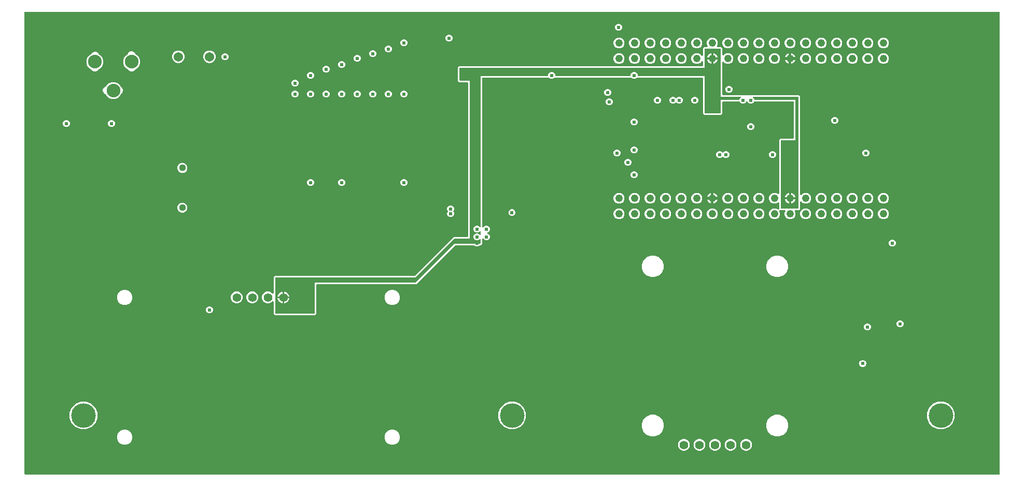
<source format=gbr>
G04 EAGLE Gerber RS-274X export*
G75*
%MOMM*%
%FSLAX34Y34*%
%LPD*%
%INCopper Layer 15*%
%IPPOS*%
%AMOC8*
5,1,8,0,0,1.08239X$1,22.5*%
G01*
%ADD10C,1.422400*%
%ADD11C,1.120000*%
%ADD12C,2.240000*%
%ADD13C,1.400000*%
%ADD14C,4.016000*%
%ADD15C,1.540000*%
%ADD16C,1.244600*%
%ADD17C,0.609600*%

G36*
X1594308Y2556D02*
X1594308Y2556D01*
X1594427Y2563D01*
X1594465Y2576D01*
X1594506Y2581D01*
X1594616Y2624D01*
X1594729Y2661D01*
X1594764Y2683D01*
X1594801Y2698D01*
X1594897Y2767D01*
X1594998Y2831D01*
X1595026Y2861D01*
X1595059Y2884D01*
X1595135Y2976D01*
X1595216Y3063D01*
X1595236Y3098D01*
X1595261Y3129D01*
X1595312Y3237D01*
X1595370Y3341D01*
X1595380Y3381D01*
X1595397Y3417D01*
X1595419Y3534D01*
X1595449Y3649D01*
X1595453Y3709D01*
X1595457Y3729D01*
X1595455Y3750D01*
X1595459Y3810D01*
X1595459Y758190D01*
X1595444Y758308D01*
X1595437Y758427D01*
X1595424Y758465D01*
X1595419Y758506D01*
X1595376Y758616D01*
X1595339Y758729D01*
X1595317Y758764D01*
X1595302Y758801D01*
X1595233Y758897D01*
X1595169Y758998D01*
X1595139Y759026D01*
X1595116Y759059D01*
X1595024Y759135D01*
X1594937Y759216D01*
X1594902Y759236D01*
X1594871Y759261D01*
X1594763Y759312D01*
X1594659Y759370D01*
X1594619Y759380D01*
X1594583Y759397D01*
X1594466Y759419D01*
X1594351Y759449D01*
X1594291Y759453D01*
X1594271Y759457D01*
X1594250Y759455D01*
X1594190Y759459D01*
X3810Y759459D01*
X3692Y759444D01*
X3573Y759437D01*
X3535Y759424D01*
X3494Y759419D01*
X3384Y759376D01*
X3271Y759339D01*
X3236Y759317D01*
X3199Y759302D01*
X3103Y759233D01*
X3002Y759169D01*
X2974Y759139D01*
X2941Y759116D01*
X2865Y759024D01*
X2784Y758937D01*
X2764Y758902D01*
X2739Y758871D01*
X2688Y758763D01*
X2630Y758659D01*
X2620Y758619D01*
X2603Y758583D01*
X2581Y758466D01*
X2551Y758351D01*
X2547Y758291D01*
X2543Y758271D01*
X2545Y758250D01*
X2541Y758190D01*
X2541Y3810D01*
X2556Y3692D01*
X2563Y3573D01*
X2576Y3535D01*
X2581Y3494D01*
X2624Y3384D01*
X2661Y3271D01*
X2683Y3236D01*
X2698Y3199D01*
X2767Y3103D01*
X2831Y3002D01*
X2861Y2974D01*
X2884Y2941D01*
X2976Y2865D01*
X3063Y2784D01*
X3098Y2764D01*
X3129Y2739D01*
X3237Y2688D01*
X3341Y2630D01*
X3381Y2620D01*
X3417Y2603D01*
X3534Y2581D01*
X3649Y2551D01*
X3709Y2547D01*
X3729Y2543D01*
X3750Y2545D01*
X3810Y2541D01*
X1594190Y2541D01*
X1594308Y2556D01*
G37*
%LPC*%
G36*
X411382Y263397D02*
X411382Y263397D01*
X409447Y265332D01*
X409447Y284792D01*
X409430Y284929D01*
X409417Y285068D01*
X409410Y285088D01*
X409407Y285108D01*
X409356Y285236D01*
X409309Y285368D01*
X409298Y285384D01*
X409290Y285403D01*
X409209Y285516D01*
X409131Y285631D01*
X409115Y285644D01*
X409104Y285661D01*
X408996Y285749D01*
X408892Y285841D01*
X408874Y285850D01*
X408859Y285863D01*
X408733Y285923D01*
X408609Y285986D01*
X408589Y285990D01*
X408571Y285999D01*
X408434Y286025D01*
X408299Y286056D01*
X408278Y286055D01*
X408259Y286059D01*
X408120Y286050D01*
X407981Y286046D01*
X407961Y286040D01*
X407941Y286039D01*
X407809Y285996D01*
X407675Y285957D01*
X407658Y285947D01*
X407639Y285941D01*
X407521Y285866D01*
X407401Y285796D01*
X407380Y285777D01*
X407370Y285771D01*
X407356Y285756D01*
X407281Y285690D01*
X405508Y283917D01*
X401960Y282447D01*
X398120Y282447D01*
X394572Y283917D01*
X391857Y286632D01*
X390387Y290180D01*
X390387Y294020D01*
X391857Y297568D01*
X394572Y300283D01*
X398120Y301753D01*
X401960Y301753D01*
X405508Y300283D01*
X407281Y298510D01*
X407390Y298425D01*
X407497Y298337D01*
X407516Y298328D01*
X407532Y298316D01*
X407660Y298260D01*
X407785Y298201D01*
X407805Y298197D01*
X407824Y298189D01*
X407962Y298167D01*
X408098Y298141D01*
X408118Y298143D01*
X408138Y298139D01*
X408277Y298152D01*
X408415Y298161D01*
X408434Y298167D01*
X408454Y298169D01*
X408586Y298216D01*
X408717Y298259D01*
X408735Y298270D01*
X408754Y298277D01*
X408869Y298355D01*
X408986Y298429D01*
X409000Y298444D01*
X409017Y298455D01*
X409109Y298560D01*
X409204Y298661D01*
X409214Y298679D01*
X409227Y298694D01*
X409291Y298818D01*
X409358Y298939D01*
X409363Y298959D01*
X409372Y298977D01*
X409402Y299113D01*
X409437Y299247D01*
X409439Y299275D01*
X409442Y299287D01*
X409441Y299308D01*
X409447Y299408D01*
X409447Y325218D01*
X411382Y327153D01*
X639456Y327153D01*
X639554Y327165D01*
X639653Y327168D01*
X639712Y327185D01*
X639772Y327193D01*
X639864Y327229D01*
X639959Y327257D01*
X640011Y327287D01*
X640067Y327310D01*
X640147Y327368D01*
X640233Y327418D01*
X640308Y327484D01*
X640325Y327496D01*
X640333Y327506D01*
X640354Y327524D01*
X703482Y390653D01*
X725678Y390653D01*
X725796Y390668D01*
X725915Y390675D01*
X725953Y390688D01*
X725994Y390693D01*
X726104Y390736D01*
X726217Y390773D01*
X726252Y390795D01*
X726289Y390810D01*
X726385Y390879D01*
X726486Y390943D01*
X726514Y390973D01*
X726547Y390996D01*
X726622Y391088D01*
X726704Y391175D01*
X726724Y391210D01*
X726749Y391241D01*
X726800Y391349D01*
X726858Y391453D01*
X726868Y391493D01*
X726885Y391529D01*
X726907Y391646D01*
X726937Y391761D01*
X726941Y391821D01*
X726945Y391841D01*
X726943Y391862D01*
X726947Y391922D01*
X726947Y643128D01*
X726932Y643246D01*
X726925Y643365D01*
X726912Y643403D01*
X726907Y643444D01*
X726864Y643554D01*
X726827Y643667D01*
X726805Y643702D01*
X726790Y643739D01*
X726721Y643835D01*
X726657Y643936D01*
X726627Y643964D01*
X726604Y643997D01*
X726512Y644073D01*
X726425Y644154D01*
X726390Y644174D01*
X726359Y644199D01*
X726251Y644250D01*
X726147Y644308D01*
X726107Y644318D01*
X726071Y644335D01*
X725954Y644357D01*
X725839Y644387D01*
X725779Y644391D01*
X725759Y644395D01*
X725738Y644393D01*
X725678Y644397D01*
X712372Y644397D01*
X710437Y646332D01*
X710437Y668118D01*
X712372Y670053D01*
X1109218Y670053D01*
X1109336Y670068D01*
X1109455Y670075D01*
X1109493Y670088D01*
X1109534Y670093D01*
X1109644Y670136D01*
X1109757Y670173D01*
X1109792Y670195D01*
X1109829Y670210D01*
X1109925Y670279D01*
X1110026Y670343D01*
X1110054Y670373D01*
X1110087Y670396D01*
X1110163Y670488D01*
X1110244Y670575D01*
X1110264Y670610D01*
X1110289Y670641D01*
X1110340Y670749D01*
X1110398Y670853D01*
X1110408Y670893D01*
X1110425Y670929D01*
X1110447Y671046D01*
X1110477Y671161D01*
X1110481Y671221D01*
X1110485Y671241D01*
X1110483Y671262D01*
X1110487Y671322D01*
X1110487Y677830D01*
X1110479Y677899D01*
X1110480Y677969D01*
X1110459Y678056D01*
X1110447Y678145D01*
X1110422Y678210D01*
X1110405Y678278D01*
X1110363Y678358D01*
X1110330Y678441D01*
X1110289Y678497D01*
X1110257Y678559D01*
X1110196Y678626D01*
X1110144Y678698D01*
X1110090Y678743D01*
X1110043Y678795D01*
X1109968Y678844D01*
X1109899Y678901D01*
X1109835Y678931D01*
X1109777Y678969D01*
X1109692Y678998D01*
X1109611Y679037D01*
X1109542Y679050D01*
X1109476Y679072D01*
X1109387Y679080D01*
X1109299Y679096D01*
X1109229Y679092D01*
X1109159Y679098D01*
X1109071Y679082D01*
X1108981Y679077D01*
X1108915Y679055D01*
X1108846Y679043D01*
X1108764Y679006D01*
X1108679Y678979D01*
X1108620Y678941D01*
X1108556Y678913D01*
X1108486Y678857D01*
X1108410Y678809D01*
X1108362Y678758D01*
X1108308Y678714D01*
X1108253Y678642D01*
X1108192Y678577D01*
X1108158Y678516D01*
X1108116Y678460D01*
X1108045Y678315D01*
X1107930Y678036D01*
X1105464Y675570D01*
X1102243Y674236D01*
X1098757Y674236D01*
X1095536Y675570D01*
X1093070Y678036D01*
X1091736Y681257D01*
X1091736Y684743D01*
X1093070Y687964D01*
X1095536Y690430D01*
X1098757Y691764D01*
X1102243Y691764D01*
X1105464Y690430D01*
X1107930Y687964D01*
X1108045Y687685D01*
X1108080Y687624D01*
X1108106Y687559D01*
X1108158Y687486D01*
X1108203Y687408D01*
X1108251Y687358D01*
X1108292Y687302D01*
X1108362Y687244D01*
X1108424Y687180D01*
X1108484Y687143D01*
X1108537Y687099D01*
X1108619Y687061D01*
X1108695Y687014D01*
X1108762Y686993D01*
X1108825Y686963D01*
X1108913Y686946D01*
X1108999Y686920D01*
X1109069Y686917D01*
X1109138Y686904D01*
X1109227Y686909D01*
X1109317Y686905D01*
X1109385Y686919D01*
X1109455Y686923D01*
X1109540Y686951D01*
X1109628Y686969D01*
X1109691Y687000D01*
X1109757Y687021D01*
X1109833Y687069D01*
X1109914Y687109D01*
X1109967Y687154D01*
X1110026Y687191D01*
X1110088Y687257D01*
X1110156Y687315D01*
X1110196Y687372D01*
X1110244Y687423D01*
X1110287Y687502D01*
X1110339Y687575D01*
X1110364Y687640D01*
X1110398Y687702D01*
X1110420Y687789D01*
X1110452Y687873D01*
X1110460Y687942D01*
X1110477Y688010D01*
X1110487Y688170D01*
X1110487Y699868D01*
X1112422Y701803D01*
X1117247Y701803D01*
X1117297Y701809D01*
X1117346Y701807D01*
X1117454Y701829D01*
X1117563Y701843D01*
X1117609Y701861D01*
X1117658Y701871D01*
X1117756Y701919D01*
X1117859Y701960D01*
X1117899Y701989D01*
X1117943Y702011D01*
X1118027Y702082D01*
X1118116Y702146D01*
X1118148Y702185D01*
X1118185Y702217D01*
X1118249Y702307D01*
X1118319Y702391D01*
X1118340Y702436D01*
X1118368Y702477D01*
X1118407Y702580D01*
X1118454Y702679D01*
X1118464Y702728D01*
X1118481Y702774D01*
X1118493Y702884D01*
X1118514Y702991D01*
X1118511Y703041D01*
X1118516Y703090D01*
X1118501Y703199D01*
X1118494Y703309D01*
X1118479Y703356D01*
X1118472Y703405D01*
X1118420Y703558D01*
X1117136Y706657D01*
X1117136Y710143D01*
X1118470Y713364D01*
X1120936Y715830D01*
X1124157Y717164D01*
X1127643Y717164D01*
X1130864Y715830D01*
X1133330Y713364D01*
X1134664Y710143D01*
X1134664Y706657D01*
X1133380Y703558D01*
X1133367Y703510D01*
X1133346Y703465D01*
X1133325Y703357D01*
X1133296Y703251D01*
X1133295Y703201D01*
X1133286Y703152D01*
X1133293Y703043D01*
X1133291Y702933D01*
X1133303Y702885D01*
X1133306Y702835D01*
X1133340Y702731D01*
X1133365Y702624D01*
X1133388Y702580D01*
X1133404Y702533D01*
X1133463Y702440D01*
X1133514Y702343D01*
X1133547Y702306D01*
X1133574Y702264D01*
X1133654Y702189D01*
X1133728Y702107D01*
X1133769Y702080D01*
X1133806Y702046D01*
X1133902Y701993D01*
X1133994Y701933D01*
X1134041Y701916D01*
X1134084Y701892D01*
X1134190Y701865D01*
X1134294Y701829D01*
X1134344Y701825D01*
X1134392Y701813D01*
X1134553Y701803D01*
X1140558Y701803D01*
X1142493Y699868D01*
X1142493Y689651D01*
X1142510Y689513D01*
X1142523Y689374D01*
X1142530Y689355D01*
X1142533Y689335D01*
X1142584Y689206D01*
X1142631Y689075D01*
X1142642Y689058D01*
X1142650Y689040D01*
X1142731Y688927D01*
X1142809Y688812D01*
X1142825Y688799D01*
X1142836Y688782D01*
X1142944Y688693D01*
X1143048Y688601D01*
X1143066Y688592D01*
X1143081Y688579D01*
X1143207Y688520D01*
X1143331Y688457D01*
X1143351Y688452D01*
X1143369Y688444D01*
X1143506Y688418D01*
X1143641Y688387D01*
X1143662Y688388D01*
X1143681Y688384D01*
X1143820Y688393D01*
X1143959Y688397D01*
X1143979Y688403D01*
X1143999Y688404D01*
X1144131Y688447D01*
X1144265Y688485D01*
X1144282Y688496D01*
X1144301Y688502D01*
X1144419Y688576D01*
X1144539Y688647D01*
X1144560Y688665D01*
X1144570Y688672D01*
X1144584Y688687D01*
X1144659Y688753D01*
X1146336Y690430D01*
X1149557Y691764D01*
X1153043Y691764D01*
X1156264Y690430D01*
X1158730Y687964D01*
X1160064Y684743D01*
X1160064Y681257D01*
X1158730Y678036D01*
X1156264Y675570D01*
X1153043Y674236D01*
X1149557Y674236D01*
X1146336Y675570D01*
X1144659Y677247D01*
X1144550Y677332D01*
X1144443Y677421D01*
X1144424Y677429D01*
X1144408Y677442D01*
X1144280Y677497D01*
X1144155Y677556D01*
X1144135Y677560D01*
X1144116Y677568D01*
X1143978Y677590D01*
X1143842Y677616D01*
X1143822Y677615D01*
X1143802Y677618D01*
X1143663Y677605D01*
X1143525Y677596D01*
X1143506Y677590D01*
X1143486Y677588D01*
X1143354Y677541D01*
X1143223Y677498D01*
X1143205Y677487D01*
X1143186Y677480D01*
X1143071Y677402D01*
X1142954Y677328D01*
X1142940Y677313D01*
X1142923Y677302D01*
X1142831Y677198D01*
X1142736Y677096D01*
X1142726Y677079D01*
X1142713Y677063D01*
X1142649Y676939D01*
X1142582Y676818D01*
X1142577Y676798D01*
X1142568Y676780D01*
X1142538Y676644D01*
X1142503Y676510D01*
X1142501Y676482D01*
X1142498Y676470D01*
X1142499Y676449D01*
X1142493Y676349D01*
X1142493Y624332D01*
X1142508Y624214D01*
X1142515Y624095D01*
X1142528Y624057D01*
X1142533Y624016D01*
X1142576Y623906D01*
X1142613Y623793D01*
X1142635Y623758D01*
X1142650Y623721D01*
X1142719Y623625D01*
X1142783Y623524D01*
X1142813Y623496D01*
X1142836Y623463D01*
X1142928Y623387D01*
X1143015Y623306D01*
X1143050Y623286D01*
X1143081Y623261D01*
X1143189Y623210D01*
X1143293Y623152D01*
X1143333Y623142D01*
X1143369Y623125D01*
X1143486Y623103D01*
X1143601Y623073D01*
X1143661Y623069D01*
X1143681Y623065D01*
X1143702Y623067D01*
X1143762Y623063D01*
X1267558Y623063D01*
X1269493Y621128D01*
X1269493Y461051D01*
X1269510Y460913D01*
X1269523Y460774D01*
X1269530Y460755D01*
X1269533Y460735D01*
X1269584Y460606D01*
X1269631Y460475D01*
X1269642Y460458D01*
X1269650Y460440D01*
X1269731Y460327D01*
X1269809Y460212D01*
X1269825Y460199D01*
X1269836Y460182D01*
X1269944Y460093D01*
X1270048Y460001D01*
X1270066Y459992D01*
X1270081Y459979D01*
X1270207Y459920D01*
X1270331Y459857D01*
X1270351Y459852D01*
X1270369Y459844D01*
X1270506Y459818D01*
X1270641Y459787D01*
X1270662Y459788D01*
X1270681Y459784D01*
X1270820Y459793D01*
X1270959Y459797D01*
X1270979Y459803D01*
X1270999Y459804D01*
X1271131Y459847D01*
X1271265Y459885D01*
X1271282Y459896D01*
X1271301Y459902D01*
X1271419Y459976D01*
X1271539Y460047D01*
X1271560Y460065D01*
X1271570Y460072D01*
X1271584Y460087D01*
X1271659Y460153D01*
X1273336Y461830D01*
X1276557Y463164D01*
X1280043Y463164D01*
X1283264Y461830D01*
X1285730Y459364D01*
X1287064Y456143D01*
X1287064Y452657D01*
X1285730Y449436D01*
X1283264Y446970D01*
X1280043Y445636D01*
X1276557Y445636D01*
X1273336Y446970D01*
X1271659Y448647D01*
X1271550Y448732D01*
X1271443Y448821D01*
X1271424Y448829D01*
X1271408Y448842D01*
X1271280Y448897D01*
X1271155Y448956D01*
X1271135Y448960D01*
X1271116Y448968D01*
X1270978Y448990D01*
X1270842Y449016D01*
X1270822Y449015D01*
X1270802Y449018D01*
X1270663Y449005D01*
X1270525Y448996D01*
X1270506Y448990D01*
X1270486Y448988D01*
X1270354Y448941D01*
X1270223Y448898D01*
X1270205Y448887D01*
X1270186Y448880D01*
X1270071Y448802D01*
X1269954Y448728D01*
X1269940Y448713D01*
X1269923Y448702D01*
X1269831Y448598D01*
X1269736Y448496D01*
X1269726Y448479D01*
X1269713Y448463D01*
X1269649Y448339D01*
X1269582Y448218D01*
X1269577Y448198D01*
X1269568Y448180D01*
X1269538Y448044D01*
X1269503Y447910D01*
X1269501Y447882D01*
X1269498Y447870D01*
X1269499Y447849D01*
X1269493Y447749D01*
X1269493Y436782D01*
X1267558Y434847D01*
X1261863Y434847D01*
X1261814Y434841D01*
X1261764Y434843D01*
X1261657Y434821D01*
X1261548Y434807D01*
X1261502Y434789D01*
X1261453Y434779D01*
X1261354Y434731D01*
X1261252Y434690D01*
X1261212Y434661D01*
X1261167Y434639D01*
X1261084Y434568D01*
X1260995Y434504D01*
X1260963Y434465D01*
X1260925Y434433D01*
X1260862Y434343D01*
X1260792Y434259D01*
X1260771Y434214D01*
X1260742Y434173D01*
X1260703Y434070D01*
X1260656Y433971D01*
X1260647Y433922D01*
X1260629Y433876D01*
X1260617Y433766D01*
X1260597Y433659D01*
X1260600Y433609D01*
X1260594Y433560D01*
X1260610Y433451D01*
X1260616Y433341D01*
X1260632Y433294D01*
X1260639Y433245D01*
X1260691Y433092D01*
X1261664Y430743D01*
X1261664Y427257D01*
X1260330Y424036D01*
X1257864Y421570D01*
X1254643Y420236D01*
X1251157Y420236D01*
X1247936Y421570D01*
X1245470Y424036D01*
X1244136Y427257D01*
X1244136Y430743D01*
X1245109Y433092D01*
X1245122Y433140D01*
X1245144Y433185D01*
X1245164Y433293D01*
X1245193Y433399D01*
X1245194Y433449D01*
X1245203Y433498D01*
X1245197Y433607D01*
X1245198Y433717D01*
X1245187Y433765D01*
X1245184Y433815D01*
X1245150Y433919D01*
X1245124Y434026D01*
X1245101Y434070D01*
X1245086Y434117D01*
X1245027Y434210D01*
X1244975Y434307D01*
X1244942Y434344D01*
X1244915Y434386D01*
X1244835Y434461D01*
X1244762Y434543D01*
X1244720Y434570D01*
X1244684Y434604D01*
X1244588Y434657D01*
X1244496Y434717D01*
X1244449Y434734D01*
X1244405Y434758D01*
X1244299Y434785D01*
X1244195Y434821D01*
X1244145Y434825D01*
X1244097Y434837D01*
X1243937Y434847D01*
X1236463Y434847D01*
X1236414Y434841D01*
X1236364Y434843D01*
X1236257Y434821D01*
X1236148Y434807D01*
X1236102Y434789D01*
X1236053Y434779D01*
X1235954Y434731D01*
X1235852Y434690D01*
X1235812Y434661D01*
X1235767Y434639D01*
X1235684Y434568D01*
X1235595Y434504D01*
X1235563Y434465D01*
X1235525Y434433D01*
X1235462Y434343D01*
X1235392Y434259D01*
X1235371Y434214D01*
X1235342Y434173D01*
X1235303Y434070D01*
X1235256Y433971D01*
X1235247Y433922D01*
X1235229Y433876D01*
X1235217Y433766D01*
X1235197Y433659D01*
X1235200Y433609D01*
X1235194Y433560D01*
X1235210Y433451D01*
X1235216Y433341D01*
X1235232Y433294D01*
X1235239Y433245D01*
X1235291Y433092D01*
X1236264Y430743D01*
X1236264Y427257D01*
X1234930Y424036D01*
X1232464Y421570D01*
X1229243Y420236D01*
X1225757Y420236D01*
X1222536Y421570D01*
X1220070Y424036D01*
X1218736Y427257D01*
X1218736Y430743D01*
X1220070Y433964D01*
X1222536Y436430D01*
X1225757Y437764D01*
X1229243Y437764D01*
X1232464Y436430D01*
X1232780Y436113D01*
X1232890Y436028D01*
X1232997Y435939D01*
X1233016Y435931D01*
X1233032Y435918D01*
X1233160Y435863D01*
X1233285Y435804D01*
X1233305Y435800D01*
X1233324Y435792D01*
X1233462Y435770D01*
X1233598Y435744D01*
X1233618Y435745D01*
X1233638Y435742D01*
X1233777Y435755D01*
X1233915Y435764D01*
X1233934Y435770D01*
X1233954Y435772D01*
X1234085Y435819D01*
X1234217Y435862D01*
X1234235Y435873D01*
X1234254Y435880D01*
X1234368Y435957D01*
X1234486Y436032D01*
X1234500Y436047D01*
X1234517Y436058D01*
X1234609Y436162D01*
X1234704Y436264D01*
X1234714Y436281D01*
X1234727Y436296D01*
X1234791Y436421D01*
X1234858Y436542D01*
X1234863Y436562D01*
X1234872Y436580D01*
X1234902Y436716D01*
X1234937Y436850D01*
X1234939Y436878D01*
X1234942Y436890D01*
X1234941Y436911D01*
X1234947Y437011D01*
X1234947Y446389D01*
X1234930Y446527D01*
X1234917Y446666D01*
X1234910Y446685D01*
X1234907Y446705D01*
X1234856Y446834D01*
X1234809Y446965D01*
X1234798Y446982D01*
X1234790Y447000D01*
X1234709Y447113D01*
X1234631Y447228D01*
X1234615Y447241D01*
X1234604Y447258D01*
X1234496Y447347D01*
X1234392Y447439D01*
X1234374Y447448D01*
X1234359Y447461D01*
X1234233Y447520D01*
X1234109Y447583D01*
X1234089Y447588D01*
X1234071Y447596D01*
X1233935Y447622D01*
X1233799Y447653D01*
X1233778Y447652D01*
X1233759Y447656D01*
X1233620Y447647D01*
X1233481Y447643D01*
X1233461Y447637D01*
X1233441Y447636D01*
X1233309Y447593D01*
X1233175Y447555D01*
X1233158Y447544D01*
X1233139Y447538D01*
X1233021Y447464D01*
X1232901Y447393D01*
X1232880Y447375D01*
X1232870Y447368D01*
X1232856Y447353D01*
X1232780Y447287D01*
X1232464Y446970D01*
X1229243Y445636D01*
X1225757Y445636D01*
X1222536Y446970D01*
X1220070Y449436D01*
X1218736Y452657D01*
X1218736Y456143D01*
X1220070Y459364D01*
X1222536Y461830D01*
X1225757Y463164D01*
X1229243Y463164D01*
X1232464Y461830D01*
X1232780Y461513D01*
X1232890Y461428D01*
X1232997Y461339D01*
X1233016Y461331D01*
X1233032Y461318D01*
X1233160Y461263D01*
X1233285Y461204D01*
X1233305Y461200D01*
X1233324Y461192D01*
X1233462Y461170D01*
X1233598Y461144D01*
X1233618Y461145D01*
X1233638Y461142D01*
X1233777Y461155D01*
X1233915Y461164D01*
X1233934Y461170D01*
X1233954Y461172D01*
X1234085Y461219D01*
X1234217Y461262D01*
X1234235Y461273D01*
X1234254Y461280D01*
X1234368Y461357D01*
X1234486Y461432D01*
X1234500Y461447D01*
X1234517Y461458D01*
X1234609Y461562D01*
X1234704Y461664D01*
X1234714Y461681D01*
X1234727Y461696D01*
X1234791Y461821D01*
X1234858Y461942D01*
X1234863Y461962D01*
X1234872Y461980D01*
X1234902Y462116D01*
X1234937Y462250D01*
X1234939Y462278D01*
X1234942Y462290D01*
X1234941Y462311D01*
X1234947Y462411D01*
X1234947Y550008D01*
X1236882Y551943D01*
X1257808Y551943D01*
X1257926Y551958D01*
X1258045Y551965D01*
X1258083Y551978D01*
X1258124Y551983D01*
X1258234Y552026D01*
X1258347Y552063D01*
X1258382Y552085D01*
X1258419Y552100D01*
X1258515Y552169D01*
X1258616Y552233D01*
X1258644Y552263D01*
X1258677Y552286D01*
X1258753Y552378D01*
X1258834Y552465D01*
X1258854Y552500D01*
X1258879Y552531D01*
X1258930Y552639D01*
X1258988Y552743D01*
X1258998Y552783D01*
X1259015Y552819D01*
X1259037Y552936D01*
X1259067Y553051D01*
X1259071Y553111D01*
X1259075Y553131D01*
X1259073Y553152D01*
X1259077Y553212D01*
X1259077Y611378D01*
X1259062Y611496D01*
X1259055Y611615D01*
X1259042Y611653D01*
X1259037Y611694D01*
X1258994Y611804D01*
X1258957Y611917D01*
X1258935Y611952D01*
X1258920Y611989D01*
X1258851Y612085D01*
X1258787Y612186D01*
X1258757Y612214D01*
X1258734Y612247D01*
X1258642Y612323D01*
X1258555Y612404D01*
X1258520Y612424D01*
X1258489Y612449D01*
X1258381Y612500D01*
X1258277Y612558D01*
X1258237Y612568D01*
X1258201Y612585D01*
X1258084Y612607D01*
X1257969Y612637D01*
X1257909Y612641D01*
X1257889Y612645D01*
X1257868Y612643D01*
X1257808Y612647D01*
X1194775Y612647D01*
X1194746Y612644D01*
X1194717Y612646D01*
X1194589Y612624D01*
X1194460Y612607D01*
X1194432Y612597D01*
X1194403Y612592D01*
X1194285Y612538D01*
X1194164Y612490D01*
X1194140Y612473D01*
X1194113Y612461D01*
X1194012Y612380D01*
X1193907Y612304D01*
X1193888Y612281D01*
X1193865Y612262D01*
X1193787Y612159D01*
X1193704Y612059D01*
X1193691Y612032D01*
X1193674Y612008D01*
X1193603Y611864D01*
X1193458Y611514D01*
X1191886Y609942D01*
X1189832Y609091D01*
X1187608Y609091D01*
X1185554Y609942D01*
X1183982Y611514D01*
X1183837Y611864D01*
X1183823Y611889D01*
X1183814Y611917D01*
X1183744Y612027D01*
X1183680Y612140D01*
X1183659Y612161D01*
X1183643Y612186D01*
X1183549Y612275D01*
X1183459Y612368D01*
X1183433Y612384D01*
X1183412Y612404D01*
X1183298Y612467D01*
X1183187Y612535D01*
X1183159Y612543D01*
X1183133Y612558D01*
X1183008Y612590D01*
X1182883Y612628D01*
X1182854Y612630D01*
X1182825Y612637D01*
X1182665Y612647D01*
X1182075Y612647D01*
X1182046Y612644D01*
X1182017Y612646D01*
X1181889Y612624D01*
X1181760Y612607D01*
X1181732Y612597D01*
X1181703Y612592D01*
X1181585Y612538D01*
X1181464Y612490D01*
X1181440Y612473D01*
X1181413Y612461D01*
X1181312Y612380D01*
X1181207Y612304D01*
X1181188Y612281D01*
X1181165Y612262D01*
X1181087Y612159D01*
X1181004Y612059D01*
X1180991Y612032D01*
X1180974Y612008D01*
X1180903Y611864D01*
X1180758Y611514D01*
X1179186Y609942D01*
X1177132Y609091D01*
X1174908Y609091D01*
X1172854Y609942D01*
X1171282Y611514D01*
X1171137Y611864D01*
X1171123Y611889D01*
X1171114Y611917D01*
X1171044Y612027D01*
X1170980Y612140D01*
X1170959Y612161D01*
X1170943Y612186D01*
X1170849Y612275D01*
X1170759Y612368D01*
X1170733Y612384D01*
X1170712Y612404D01*
X1170598Y612467D01*
X1170487Y612535D01*
X1170459Y612543D01*
X1170433Y612558D01*
X1170308Y612590D01*
X1170183Y612628D01*
X1170154Y612630D01*
X1170125Y612637D01*
X1169965Y612647D01*
X1143762Y612647D01*
X1143644Y612632D01*
X1143525Y612625D01*
X1143487Y612612D01*
X1143446Y612607D01*
X1143336Y612564D01*
X1143223Y612527D01*
X1143188Y612505D01*
X1143151Y612490D01*
X1143055Y612421D01*
X1142954Y612357D01*
X1142926Y612327D01*
X1142893Y612304D01*
X1142817Y612212D01*
X1142736Y612125D01*
X1142716Y612090D01*
X1142691Y612059D01*
X1142640Y611951D01*
X1142582Y611847D01*
X1142572Y611807D01*
X1142555Y611771D01*
X1142533Y611654D01*
X1142503Y611539D01*
X1142499Y611479D01*
X1142495Y611459D01*
X1142497Y611438D01*
X1142493Y611378D01*
X1142493Y592992D01*
X1140558Y591057D01*
X1112422Y591057D01*
X1110487Y592992D01*
X1110487Y650748D01*
X1110472Y650866D01*
X1110465Y650985D01*
X1110452Y651023D01*
X1110447Y651064D01*
X1110404Y651174D01*
X1110367Y651287D01*
X1110345Y651322D01*
X1110330Y651359D01*
X1110261Y651455D01*
X1110197Y651556D01*
X1110167Y651584D01*
X1110144Y651617D01*
X1110052Y651693D01*
X1109965Y651774D01*
X1109930Y651794D01*
X1109899Y651819D01*
X1109791Y651870D01*
X1109687Y651928D01*
X1109647Y651938D01*
X1109611Y651955D01*
X1109494Y651977D01*
X1109379Y652007D01*
X1109319Y652011D01*
X1109299Y652015D01*
X1109278Y652013D01*
X1109218Y652017D01*
X1003347Y652017D01*
X1003248Y652005D01*
X1003149Y652002D01*
X1003091Y651985D01*
X1003031Y651977D01*
X1002939Y651941D01*
X1002844Y651913D01*
X1002792Y651883D01*
X1002735Y651860D01*
X1002655Y651802D01*
X1002570Y651752D01*
X1002495Y651686D01*
X1002478Y651674D01*
X1002470Y651664D01*
X1002449Y651646D01*
X1001386Y650582D01*
X999332Y649731D01*
X997108Y649731D01*
X995054Y650582D01*
X993991Y651646D01*
X993913Y651706D01*
X993840Y651774D01*
X993787Y651803D01*
X993740Y651840D01*
X993649Y651880D01*
X993562Y651928D01*
X993503Y651943D01*
X993448Y651967D01*
X993350Y651982D01*
X993254Y652007D01*
X993154Y652013D01*
X993134Y652017D01*
X993121Y652015D01*
X993093Y652017D01*
X868727Y652017D01*
X868628Y652005D01*
X868529Y652002D01*
X868471Y651985D01*
X868411Y651977D01*
X868319Y651941D01*
X868224Y651913D01*
X868172Y651883D01*
X868115Y651860D01*
X868035Y651802D01*
X867950Y651752D01*
X867875Y651686D01*
X867858Y651674D01*
X867850Y651664D01*
X867829Y651646D01*
X866766Y650582D01*
X864712Y649731D01*
X862488Y649731D01*
X860434Y650582D01*
X859371Y651646D01*
X859293Y651706D01*
X859220Y651774D01*
X859167Y651803D01*
X859120Y651840D01*
X859029Y651880D01*
X858942Y651928D01*
X858883Y651943D01*
X858828Y651967D01*
X858730Y651982D01*
X858634Y652007D01*
X858534Y652013D01*
X858514Y652017D01*
X858501Y652015D01*
X858473Y652017D01*
X751332Y652017D01*
X751214Y652002D01*
X751095Y651995D01*
X751057Y651982D01*
X751016Y651977D01*
X750906Y651934D01*
X750793Y651897D01*
X750758Y651875D01*
X750721Y651860D01*
X750625Y651791D01*
X750524Y651727D01*
X750496Y651697D01*
X750463Y651674D01*
X750387Y651582D01*
X750306Y651495D01*
X750286Y651460D01*
X750261Y651429D01*
X750210Y651321D01*
X750152Y651217D01*
X750142Y651177D01*
X750125Y651141D01*
X750103Y651024D01*
X750073Y650909D01*
X750069Y650849D01*
X750065Y650829D01*
X750067Y650808D01*
X750063Y650748D01*
X750063Y407971D01*
X750080Y407833D01*
X750093Y407694D01*
X750100Y407675D01*
X750103Y407655D01*
X750154Y407526D01*
X750201Y407395D01*
X750212Y407378D01*
X750220Y407359D01*
X750301Y407247D01*
X750379Y407132D01*
X750395Y407118D01*
X750406Y407102D01*
X750514Y407013D01*
X750618Y406921D01*
X750636Y406912D01*
X750651Y406899D01*
X750777Y406840D01*
X750901Y406777D01*
X750921Y406772D01*
X750939Y406764D01*
X751076Y406738D01*
X751211Y406707D01*
X751232Y406708D01*
X751251Y406704D01*
X751390Y406713D01*
X751529Y406717D01*
X751549Y406722D01*
X751569Y406724D01*
X751701Y406766D01*
X751835Y406805D01*
X751852Y406815D01*
X751871Y406822D01*
X751989Y406896D01*
X752109Y406967D01*
X752130Y406985D01*
X752140Y406992D01*
X752154Y407007D01*
X752229Y407073D01*
X753754Y408598D01*
X755808Y409449D01*
X758032Y409449D01*
X760086Y408598D01*
X761658Y407026D01*
X762509Y404972D01*
X762509Y402748D01*
X761658Y400694D01*
X760086Y399122D01*
X759025Y398683D01*
X758904Y398614D01*
X758781Y398549D01*
X758766Y398535D01*
X758749Y398525D01*
X758649Y398428D01*
X758546Y398335D01*
X758535Y398318D01*
X758520Y398304D01*
X758447Y398185D01*
X758371Y398069D01*
X758364Y398050D01*
X758354Y398033D01*
X758313Y397900D01*
X758268Y397768D01*
X758266Y397748D01*
X758260Y397729D01*
X758254Y397590D01*
X758243Y397451D01*
X758246Y397431D01*
X758245Y397411D01*
X758273Y397275D01*
X758297Y397138D01*
X758305Y397119D01*
X758309Y397100D01*
X758371Y396975D01*
X758428Y396848D01*
X758440Y396832D01*
X758449Y396814D01*
X758539Y396708D01*
X758626Y396600D01*
X758642Y396587D01*
X758655Y396572D01*
X758769Y396492D01*
X758880Y396408D01*
X758906Y396396D01*
X758915Y396389D01*
X758934Y396382D01*
X759025Y396337D01*
X760086Y395898D01*
X761658Y394326D01*
X762509Y392272D01*
X762509Y390048D01*
X761658Y387994D01*
X760086Y386422D01*
X758032Y385571D01*
X755808Y385571D01*
X753754Y386422D01*
X752229Y387947D01*
X752120Y388032D01*
X752013Y388121D01*
X751994Y388129D01*
X751978Y388142D01*
X751850Y388197D01*
X751725Y388256D01*
X751705Y388260D01*
X751686Y388268D01*
X751548Y388290D01*
X751412Y388316D01*
X751392Y388315D01*
X751372Y388318D01*
X751233Y388305D01*
X751095Y388296D01*
X751076Y388290D01*
X751056Y388288D01*
X750924Y388241D01*
X750793Y388198D01*
X750775Y388187D01*
X750756Y388181D01*
X750641Y388103D01*
X750524Y388028D01*
X750510Y388013D01*
X750493Y388002D01*
X750401Y387898D01*
X750306Y387797D01*
X750296Y387779D01*
X750283Y387764D01*
X750219Y387639D01*
X750152Y387518D01*
X750147Y387498D01*
X750138Y387480D01*
X750108Y387345D01*
X750073Y387210D01*
X750071Y387182D01*
X750068Y387170D01*
X750069Y387150D01*
X750063Y387049D01*
X750063Y379632D01*
X748128Y377697D01*
X746807Y377697D01*
X746708Y377685D01*
X746609Y377682D01*
X746551Y377665D01*
X746491Y377657D01*
X746399Y377621D01*
X746304Y377593D01*
X746252Y377563D01*
X746195Y377540D01*
X746115Y377482D01*
X746030Y377432D01*
X745955Y377366D01*
X745938Y377354D01*
X745930Y377344D01*
X745909Y377326D01*
X744846Y376262D01*
X742792Y375411D01*
X740568Y375411D01*
X738514Y376262D01*
X737451Y377326D01*
X737373Y377386D01*
X737300Y377454D01*
X737247Y377483D01*
X737200Y377520D01*
X737109Y377560D01*
X737022Y377608D01*
X736963Y377623D01*
X736908Y377647D01*
X736810Y377662D01*
X736714Y377687D01*
X736614Y377693D01*
X736594Y377697D01*
X736581Y377695D01*
X736553Y377697D01*
X706744Y377697D01*
X706646Y377685D01*
X706547Y377682D01*
X706488Y377665D01*
X706428Y377657D01*
X706336Y377621D01*
X706241Y377593D01*
X706189Y377563D01*
X706133Y377540D01*
X706053Y377482D01*
X705967Y377432D01*
X705892Y377366D01*
X705875Y377354D01*
X705867Y377344D01*
X705846Y377326D01*
X642718Y314197D01*
X480822Y314197D01*
X480704Y314182D01*
X480585Y314175D01*
X480547Y314162D01*
X480506Y314157D01*
X480396Y314114D01*
X480283Y314077D01*
X480248Y314055D01*
X480211Y314040D01*
X480115Y313971D01*
X480014Y313907D01*
X479986Y313877D01*
X479953Y313854D01*
X479877Y313762D01*
X479796Y313675D01*
X479776Y313640D01*
X479751Y313609D01*
X479700Y313501D01*
X479642Y313397D01*
X479632Y313357D01*
X479615Y313321D01*
X479593Y313204D01*
X479563Y313089D01*
X479559Y313029D01*
X479555Y313009D01*
X479557Y312988D01*
X479553Y312928D01*
X479553Y265332D01*
X477618Y263397D01*
X411382Y263397D01*
G37*
%LPD*%
G36*
X476270Y265942D02*
X476270Y265942D01*
X476289Y265940D01*
X476391Y265962D01*
X476493Y265979D01*
X476510Y265988D01*
X476530Y265992D01*
X476619Y266045D01*
X476710Y266094D01*
X476724Y266108D01*
X476741Y266118D01*
X476808Y266197D01*
X476880Y266272D01*
X476888Y266290D01*
X476901Y266305D01*
X476940Y266401D01*
X476983Y266495D01*
X476985Y266515D01*
X476993Y266533D01*
X477011Y266700D01*
X477011Y316739D01*
X641350Y316739D01*
X641440Y316754D01*
X641531Y316761D01*
X641561Y316773D01*
X641593Y316779D01*
X641673Y316821D01*
X641757Y316857D01*
X641789Y316883D01*
X641810Y316894D01*
X641832Y316917D01*
X641888Y316962D01*
X705165Y380239D01*
X746760Y380239D01*
X746780Y380242D01*
X746799Y380240D01*
X746901Y380262D01*
X747003Y380279D01*
X747020Y380288D01*
X747040Y380292D01*
X747129Y380345D01*
X747220Y380394D01*
X747234Y380408D01*
X747251Y380418D01*
X747318Y380497D01*
X747390Y380572D01*
X747398Y380590D01*
X747411Y380605D01*
X747450Y380701D01*
X747493Y380795D01*
X747495Y380815D01*
X747503Y380833D01*
X747521Y381000D01*
X747521Y387260D01*
X747510Y387330D01*
X747508Y387402D01*
X747490Y387451D01*
X747482Y387503D01*
X747448Y387566D01*
X747423Y387633D01*
X747391Y387674D01*
X747366Y387720D01*
X747315Y387769D01*
X747270Y387825D01*
X747226Y387853D01*
X747188Y387889D01*
X747123Y387919D01*
X747063Y387958D01*
X747012Y387971D01*
X746965Y387993D01*
X746894Y388001D01*
X746824Y388018D01*
X746772Y388014D01*
X746721Y388020D01*
X746650Y388005D01*
X746579Y387999D01*
X746531Y387979D01*
X746480Y387968D01*
X746419Y387931D01*
X746353Y387903D01*
X746297Y387858D01*
X746269Y387842D01*
X746254Y387824D01*
X746222Y387798D01*
X744846Y386422D01*
X742792Y385571D01*
X740568Y385571D01*
X738514Y386422D01*
X736942Y387994D01*
X736091Y390048D01*
X736091Y392272D01*
X736942Y394326D01*
X738514Y395898D01*
X740568Y396749D01*
X742792Y396749D01*
X744846Y395898D01*
X746222Y394522D01*
X746280Y394480D01*
X746332Y394431D01*
X746379Y394409D01*
X746421Y394378D01*
X746490Y394357D01*
X746555Y394327D01*
X746607Y394321D01*
X746657Y394306D01*
X746728Y394308D01*
X746799Y394300D01*
X746850Y394311D01*
X746902Y394312D01*
X746970Y394337D01*
X747040Y394352D01*
X747084Y394379D01*
X747133Y394397D01*
X747189Y394442D01*
X747251Y394478D01*
X747285Y394518D01*
X747325Y394551D01*
X747364Y394611D01*
X747411Y394665D01*
X747430Y394714D01*
X747458Y394757D01*
X747476Y394827D01*
X747503Y394894D01*
X747511Y394965D01*
X747519Y394996D01*
X747517Y395019D01*
X747521Y395060D01*
X747521Y399960D01*
X747510Y400030D01*
X747508Y400102D01*
X747490Y400151D01*
X747482Y400203D01*
X747448Y400266D01*
X747423Y400333D01*
X747391Y400374D01*
X747366Y400420D01*
X747315Y400469D01*
X747270Y400525D01*
X747226Y400553D01*
X747188Y400589D01*
X747123Y400619D01*
X747063Y400658D01*
X747012Y400671D01*
X746965Y400693D01*
X746894Y400701D01*
X746824Y400718D01*
X746772Y400714D01*
X746721Y400720D01*
X746650Y400705D01*
X746579Y400699D01*
X746531Y400679D01*
X746480Y400668D01*
X746419Y400631D01*
X746353Y400603D01*
X746297Y400558D01*
X746269Y400542D01*
X746254Y400524D01*
X746222Y400498D01*
X744846Y399122D01*
X742792Y398271D01*
X740568Y398271D01*
X738514Y399122D01*
X736942Y400694D01*
X736091Y402748D01*
X736091Y404972D01*
X736942Y407026D01*
X738514Y408598D01*
X740568Y409449D01*
X742792Y409449D01*
X744846Y408598D01*
X746222Y407222D01*
X746280Y407180D01*
X746332Y407131D01*
X746379Y407109D01*
X746421Y407078D01*
X746490Y407057D01*
X746555Y407027D01*
X746607Y407021D01*
X746657Y407006D01*
X746728Y407008D01*
X746799Y407000D01*
X746850Y407011D01*
X746902Y407012D01*
X746970Y407037D01*
X747040Y407052D01*
X747084Y407079D01*
X747133Y407097D01*
X747189Y407142D01*
X747251Y407178D01*
X747285Y407218D01*
X747325Y407251D01*
X747364Y407311D01*
X747411Y407365D01*
X747430Y407414D01*
X747458Y407457D01*
X747476Y407527D01*
X747503Y407594D01*
X747511Y407665D01*
X747519Y407696D01*
X747517Y407719D01*
X747521Y407760D01*
X747521Y654559D01*
X857250Y654559D01*
X857270Y654562D01*
X857289Y654560D01*
X857391Y654582D01*
X857493Y654599D01*
X857510Y654608D01*
X857530Y654612D01*
X857619Y654665D01*
X857710Y654714D01*
X857724Y654728D01*
X857741Y654738D01*
X857808Y654817D01*
X857880Y654892D01*
X857888Y654910D01*
X857901Y654925D01*
X857940Y655021D01*
X857983Y655115D01*
X857985Y655135D01*
X857993Y655153D01*
X858011Y655320D01*
X858011Y656432D01*
X858862Y658486D01*
X860434Y660058D01*
X862488Y660909D01*
X864712Y660909D01*
X866766Y660058D01*
X868338Y658486D01*
X869189Y656432D01*
X869189Y655320D01*
X869192Y655300D01*
X869190Y655281D01*
X869212Y655179D01*
X869228Y655077D01*
X869238Y655060D01*
X869242Y655040D01*
X869295Y654951D01*
X869344Y654860D01*
X869358Y654846D01*
X869368Y654829D01*
X869447Y654762D01*
X869522Y654691D01*
X869540Y654682D01*
X869555Y654669D01*
X869651Y654630D01*
X869745Y654587D01*
X869765Y654585D01*
X869783Y654577D01*
X869950Y654559D01*
X991870Y654559D01*
X991890Y654562D01*
X991909Y654560D01*
X992011Y654582D01*
X992113Y654599D01*
X992130Y654608D01*
X992150Y654612D01*
X992239Y654665D01*
X992330Y654714D01*
X992344Y654728D01*
X992361Y654738D01*
X992428Y654817D01*
X992500Y654892D01*
X992508Y654910D01*
X992521Y654925D01*
X992560Y655021D01*
X992603Y655115D01*
X992605Y655135D01*
X992613Y655153D01*
X992631Y655320D01*
X992631Y656432D01*
X993482Y658486D01*
X995054Y660058D01*
X997108Y660909D01*
X999332Y660909D01*
X1001386Y660058D01*
X1002958Y658486D01*
X1003809Y656432D01*
X1003809Y655320D01*
X1003812Y655300D01*
X1003810Y655281D01*
X1003832Y655179D01*
X1003848Y655077D01*
X1003858Y655060D01*
X1003862Y655040D01*
X1003915Y654951D01*
X1003964Y654860D01*
X1003978Y654846D01*
X1003988Y654829D01*
X1004067Y654762D01*
X1004142Y654691D01*
X1004160Y654682D01*
X1004175Y654669D01*
X1004271Y654630D01*
X1004365Y654587D01*
X1004385Y654585D01*
X1004403Y654577D01*
X1004570Y654559D01*
X1113029Y654559D01*
X1113029Y594360D01*
X1113032Y594340D01*
X1113030Y594321D01*
X1113052Y594219D01*
X1113069Y594117D01*
X1113078Y594100D01*
X1113082Y594080D01*
X1113135Y593991D01*
X1113184Y593900D01*
X1113198Y593886D01*
X1113208Y593869D01*
X1113287Y593802D01*
X1113362Y593731D01*
X1113380Y593722D01*
X1113395Y593709D01*
X1113491Y593670D01*
X1113585Y593627D01*
X1113605Y593625D01*
X1113623Y593617D01*
X1113790Y593599D01*
X1139190Y593599D01*
X1139210Y593602D01*
X1139229Y593600D01*
X1139331Y593622D01*
X1139433Y593639D01*
X1139450Y593648D01*
X1139470Y593652D01*
X1139559Y593705D01*
X1139650Y593754D01*
X1139664Y593768D01*
X1139681Y593778D01*
X1139748Y593857D01*
X1139820Y593932D01*
X1139828Y593950D01*
X1139841Y593965D01*
X1139880Y594061D01*
X1139923Y594155D01*
X1139925Y594175D01*
X1139933Y594193D01*
X1139951Y594360D01*
X1139951Y615189D01*
X1169673Y615189D01*
X1169788Y615208D01*
X1169904Y615225D01*
X1169909Y615228D01*
X1169916Y615229D01*
X1170018Y615283D01*
X1170123Y615336D01*
X1170128Y615341D01*
X1170133Y615344D01*
X1170213Y615428D01*
X1170295Y615512D01*
X1170299Y615518D01*
X1170302Y615522D01*
X1170310Y615539D01*
X1170376Y615659D01*
X1171282Y617846D01*
X1172658Y619222D01*
X1172700Y619280D01*
X1172749Y619332D01*
X1172771Y619379D01*
X1172802Y619421D01*
X1172823Y619490D01*
X1172853Y619555D01*
X1172859Y619607D01*
X1172874Y619657D01*
X1172872Y619728D01*
X1172880Y619799D01*
X1172869Y619850D01*
X1172868Y619902D01*
X1172843Y619970D01*
X1172828Y620040D01*
X1172801Y620084D01*
X1172783Y620133D01*
X1172738Y620189D01*
X1172702Y620251D01*
X1172662Y620285D01*
X1172629Y620325D01*
X1172569Y620364D01*
X1172515Y620411D01*
X1172466Y620430D01*
X1172423Y620458D01*
X1172353Y620476D01*
X1172286Y620503D01*
X1172215Y620511D01*
X1172184Y620519D01*
X1172161Y620517D01*
X1172120Y620521D01*
X1139951Y620521D01*
X1139951Y698500D01*
X1139948Y698520D01*
X1139950Y698539D01*
X1139928Y698641D01*
X1139912Y698743D01*
X1139902Y698760D01*
X1139898Y698780D01*
X1139845Y698869D01*
X1139796Y698960D01*
X1139782Y698974D01*
X1139772Y698991D01*
X1139693Y699058D01*
X1139618Y699130D01*
X1139600Y699138D01*
X1139585Y699151D01*
X1139489Y699190D01*
X1139395Y699233D01*
X1139375Y699235D01*
X1139357Y699243D01*
X1139190Y699261D01*
X1113790Y699261D01*
X1113770Y699258D01*
X1113751Y699260D01*
X1113649Y699238D01*
X1113547Y699222D01*
X1113530Y699212D01*
X1113510Y699208D01*
X1113421Y699155D01*
X1113330Y699106D01*
X1113316Y699092D01*
X1113299Y699082D01*
X1113232Y699003D01*
X1113161Y698928D01*
X1113152Y698910D01*
X1113139Y698895D01*
X1113100Y698799D01*
X1113057Y698705D01*
X1113055Y698685D01*
X1113047Y698667D01*
X1113029Y698500D01*
X1113029Y667511D01*
X713740Y667511D01*
X713720Y667508D01*
X713701Y667510D01*
X713599Y667488D01*
X713497Y667472D01*
X713480Y667462D01*
X713460Y667458D01*
X713371Y667405D01*
X713280Y667356D01*
X713266Y667342D01*
X713249Y667332D01*
X713182Y667253D01*
X713111Y667178D01*
X713102Y667160D01*
X713089Y667145D01*
X713050Y667049D01*
X713007Y666955D01*
X713005Y666935D01*
X712997Y666917D01*
X712979Y666750D01*
X712979Y647700D01*
X712982Y647680D01*
X712980Y647661D01*
X713002Y647559D01*
X713019Y647457D01*
X713028Y647440D01*
X713032Y647420D01*
X713085Y647331D01*
X713134Y647240D01*
X713148Y647226D01*
X713158Y647209D01*
X713237Y647142D01*
X713312Y647071D01*
X713330Y647062D01*
X713345Y647049D01*
X713441Y647010D01*
X713535Y646967D01*
X713555Y646965D01*
X713573Y646957D01*
X713740Y646939D01*
X729489Y646939D01*
X729489Y388111D01*
X704850Y388111D01*
X704760Y388097D01*
X704669Y388089D01*
X704639Y388077D01*
X704607Y388072D01*
X704527Y388029D01*
X704443Y387993D01*
X704411Y387967D01*
X704390Y387956D01*
X704368Y387933D01*
X704312Y387888D01*
X641035Y324611D01*
X412750Y324611D01*
X412730Y324608D01*
X412711Y324610D01*
X412609Y324588D01*
X412507Y324572D01*
X412490Y324562D01*
X412470Y324558D01*
X412381Y324505D01*
X412290Y324456D01*
X412276Y324442D01*
X412259Y324432D01*
X412192Y324353D01*
X412121Y324278D01*
X412112Y324260D01*
X412099Y324245D01*
X412060Y324149D01*
X412017Y324055D01*
X412015Y324035D01*
X412007Y324017D01*
X411989Y323850D01*
X411989Y266700D01*
X411992Y266680D01*
X411990Y266661D01*
X412012Y266559D01*
X412029Y266457D01*
X412038Y266440D01*
X412042Y266420D01*
X412095Y266331D01*
X412144Y266240D01*
X412158Y266226D01*
X412168Y266209D01*
X412247Y266142D01*
X412322Y266071D01*
X412340Y266062D01*
X412355Y266049D01*
X412451Y266010D01*
X412545Y265967D01*
X412565Y265965D01*
X412583Y265957D01*
X412750Y265939D01*
X476250Y265939D01*
X476270Y265942D01*
G37*
G36*
X1250165Y437399D02*
X1250165Y437399D01*
X1250230Y437400D01*
X1250310Y437423D01*
X1250343Y437429D01*
X1250360Y437438D01*
X1250391Y437447D01*
X1251157Y437764D01*
X1254643Y437764D01*
X1255409Y437447D01*
X1255472Y437432D01*
X1255533Y437407D01*
X1255616Y437398D01*
X1255648Y437391D01*
X1255667Y437392D01*
X1255700Y437389D01*
X1266190Y437389D01*
X1266210Y437392D01*
X1266229Y437390D01*
X1266331Y437412D01*
X1266433Y437429D01*
X1266450Y437438D01*
X1266470Y437442D01*
X1266559Y437495D01*
X1266650Y437544D01*
X1266664Y437558D01*
X1266681Y437568D01*
X1266748Y437647D01*
X1266820Y437722D01*
X1266828Y437740D01*
X1266841Y437755D01*
X1266880Y437851D01*
X1266923Y437945D01*
X1266925Y437965D01*
X1266933Y437983D01*
X1266951Y438150D01*
X1266951Y619760D01*
X1266948Y619780D01*
X1266950Y619799D01*
X1266928Y619901D01*
X1266912Y620003D01*
X1266902Y620020D01*
X1266898Y620040D01*
X1266845Y620129D01*
X1266796Y620220D01*
X1266782Y620234D01*
X1266772Y620251D01*
X1266693Y620318D01*
X1266618Y620390D01*
X1266600Y620398D01*
X1266585Y620411D01*
X1266489Y620450D01*
X1266395Y620493D01*
X1266375Y620495D01*
X1266357Y620503D01*
X1266190Y620521D01*
X1192620Y620521D01*
X1192550Y620510D01*
X1192478Y620508D01*
X1192429Y620490D01*
X1192377Y620482D01*
X1192314Y620448D01*
X1192247Y620423D01*
X1192206Y620391D01*
X1192160Y620366D01*
X1192111Y620315D01*
X1192055Y620270D01*
X1192027Y620226D01*
X1191991Y620188D01*
X1191961Y620123D01*
X1191922Y620063D01*
X1191909Y620012D01*
X1191887Y619965D01*
X1191879Y619894D01*
X1191862Y619824D01*
X1191866Y619772D01*
X1191860Y619721D01*
X1191875Y619650D01*
X1191881Y619579D01*
X1191901Y619531D01*
X1191912Y619480D01*
X1191949Y619419D01*
X1191977Y619353D01*
X1192022Y619297D01*
X1192038Y619269D01*
X1192056Y619254D01*
X1192082Y619222D01*
X1193458Y617846D01*
X1194364Y615659D01*
X1194425Y615559D01*
X1194485Y615459D01*
X1194490Y615455D01*
X1194493Y615450D01*
X1194583Y615375D01*
X1194672Y615299D01*
X1194678Y615297D01*
X1194683Y615293D01*
X1194791Y615251D01*
X1194900Y615207D01*
X1194908Y615206D01*
X1194913Y615205D01*
X1194931Y615204D01*
X1195067Y615189D01*
X1261619Y615189D01*
X1261619Y549401D01*
X1238250Y549401D01*
X1238230Y549398D01*
X1238211Y549400D01*
X1238109Y549378D01*
X1238007Y549362D01*
X1237990Y549352D01*
X1237970Y549348D01*
X1237881Y549295D01*
X1237790Y549246D01*
X1237776Y549232D01*
X1237759Y549222D01*
X1237692Y549143D01*
X1237621Y549068D01*
X1237612Y549050D01*
X1237599Y549035D01*
X1237560Y548939D01*
X1237517Y548845D01*
X1237515Y548825D01*
X1237507Y548807D01*
X1237489Y548640D01*
X1237489Y438150D01*
X1237492Y438130D01*
X1237490Y438111D01*
X1237512Y438009D01*
X1237529Y437907D01*
X1237538Y437890D01*
X1237542Y437870D01*
X1237595Y437781D01*
X1237644Y437690D01*
X1237658Y437676D01*
X1237668Y437659D01*
X1237747Y437592D01*
X1237822Y437521D01*
X1237840Y437512D01*
X1237855Y437499D01*
X1237951Y437460D01*
X1238045Y437417D01*
X1238065Y437415D01*
X1238083Y437407D01*
X1238250Y437389D01*
X1250100Y437389D01*
X1250165Y437399D01*
G37*
%LPC*%
G36*
X94500Y76379D02*
X94500Y76379D01*
X86186Y79823D01*
X79823Y86186D01*
X76379Y94500D01*
X76379Y103500D01*
X79823Y111814D01*
X86186Y118177D01*
X94500Y121621D01*
X103500Y121621D01*
X111814Y118177D01*
X118177Y111814D01*
X121621Y103500D01*
X121621Y94500D01*
X118177Y86186D01*
X111814Y79823D01*
X103500Y76379D01*
X94500Y76379D01*
G37*
%LPD*%
%LPC*%
G36*
X794500Y76379D02*
X794500Y76379D01*
X786186Y79823D01*
X779823Y86186D01*
X776379Y94500D01*
X776379Y103500D01*
X779823Y111814D01*
X786186Y118177D01*
X794500Y121621D01*
X803500Y121621D01*
X811814Y118177D01*
X818177Y111814D01*
X821621Y103500D01*
X821621Y94500D01*
X818177Y86186D01*
X811814Y79823D01*
X803500Y76379D01*
X794500Y76379D01*
G37*
%LPD*%
%LPC*%
G36*
X1494500Y76379D02*
X1494500Y76379D01*
X1486186Y79823D01*
X1479823Y86186D01*
X1476379Y94500D01*
X1476379Y103500D01*
X1479823Y111814D01*
X1486186Y118177D01*
X1494500Y121621D01*
X1503500Y121621D01*
X1511814Y118177D01*
X1518177Y111814D01*
X1521621Y103500D01*
X1521621Y94500D01*
X1518177Y86186D01*
X1511814Y79823D01*
X1503500Y76379D01*
X1494500Y76379D01*
G37*
%LPD*%
%LPC*%
G36*
X1228411Y325359D02*
X1228411Y325359D01*
X1221964Y328030D01*
X1217030Y332964D01*
X1214359Y339411D01*
X1214359Y346389D01*
X1217030Y352836D01*
X1221964Y357770D01*
X1228411Y360441D01*
X1235389Y360441D01*
X1241836Y357770D01*
X1246770Y352836D01*
X1249441Y346389D01*
X1249441Y339411D01*
X1246770Y332964D01*
X1241836Y328030D01*
X1235389Y325359D01*
X1228411Y325359D01*
G37*
%LPD*%
%LPC*%
G36*
X1025211Y325359D02*
X1025211Y325359D01*
X1018764Y328030D01*
X1013830Y332964D01*
X1011159Y339411D01*
X1011159Y346389D01*
X1013830Y352836D01*
X1018764Y357770D01*
X1025211Y360441D01*
X1032189Y360441D01*
X1038636Y357770D01*
X1043570Y352836D01*
X1046241Y346389D01*
X1046241Y339411D01*
X1043570Y332964D01*
X1038636Y328030D01*
X1032189Y325359D01*
X1025211Y325359D01*
G37*
%LPD*%
%LPC*%
G36*
X1025211Y65009D02*
X1025211Y65009D01*
X1018764Y67680D01*
X1013830Y72614D01*
X1011159Y79061D01*
X1011159Y86039D01*
X1013830Y92486D01*
X1018764Y97420D01*
X1025211Y100091D01*
X1032189Y100091D01*
X1038636Y97420D01*
X1043570Y92486D01*
X1046241Y86039D01*
X1046241Y79061D01*
X1043570Y72614D01*
X1038636Y67680D01*
X1032189Y65009D01*
X1025211Y65009D01*
G37*
%LPD*%
%LPC*%
G36*
X1228411Y65009D02*
X1228411Y65009D01*
X1221964Y67680D01*
X1217030Y72614D01*
X1214359Y79061D01*
X1214359Y86039D01*
X1217030Y92486D01*
X1221964Y97420D01*
X1228411Y100091D01*
X1235389Y100091D01*
X1241836Y97420D01*
X1246770Y92486D01*
X1249441Y86039D01*
X1249441Y79061D01*
X1246770Y72614D01*
X1241836Y67680D01*
X1235389Y65009D01*
X1228411Y65009D01*
G37*
%LPD*%
%LPC*%
G36*
X176481Y661597D02*
X176481Y661597D01*
X174147Y662564D01*
X172360Y664351D01*
X172246Y664625D01*
X172197Y664711D01*
X172157Y664801D01*
X172119Y664849D01*
X172089Y664901D01*
X172020Y664972D01*
X171958Y665050D01*
X171910Y665086D01*
X171868Y665130D01*
X171783Y665181D01*
X171704Y665241D01*
X171614Y665285D01*
X171597Y665296D01*
X171585Y665300D01*
X171559Y665312D01*
X170016Y665951D01*
X166151Y669817D01*
X164059Y674867D01*
X164059Y680333D01*
X166151Y685383D01*
X170017Y689249D01*
X170745Y689551D01*
X170831Y689600D01*
X170921Y689640D01*
X170968Y689678D01*
X171021Y689708D01*
X171092Y689777D01*
X171170Y689839D01*
X171206Y689887D01*
X171250Y689929D01*
X171301Y690014D01*
X171361Y690093D01*
X171405Y690183D01*
X171416Y690200D01*
X171419Y690212D01*
X171432Y690237D01*
X172106Y691865D01*
X173893Y693652D01*
X176227Y694619D01*
X178753Y694619D01*
X181087Y693652D01*
X182874Y691865D01*
X183420Y690547D01*
X183469Y690461D01*
X183510Y690371D01*
X183547Y690324D01*
X183577Y690271D01*
X183646Y690200D01*
X183708Y690123D01*
X183756Y690086D01*
X183799Y690043D01*
X183883Y689991D01*
X183962Y689931D01*
X184052Y689887D01*
X184070Y689877D01*
X184081Y689873D01*
X184107Y689861D01*
X185583Y689249D01*
X189449Y685383D01*
X191541Y680333D01*
X191541Y674867D01*
X189449Y669817D01*
X185583Y665951D01*
X183905Y665256D01*
X183819Y665207D01*
X183729Y665166D01*
X183682Y665129D01*
X183629Y665099D01*
X183558Y665030D01*
X183481Y664968D01*
X183444Y664919D01*
X183401Y664877D01*
X183349Y664793D01*
X183289Y664714D01*
X183245Y664623D01*
X183234Y664606D01*
X183231Y664594D01*
X183218Y664569D01*
X183128Y664351D01*
X181341Y662564D01*
X179007Y661597D01*
X176481Y661597D01*
G37*
%LPD*%
%LPC*%
G36*
X145067Y616859D02*
X145067Y616859D01*
X140017Y618951D01*
X136151Y622817D01*
X135568Y624224D01*
X135519Y624310D01*
X135479Y624400D01*
X135441Y624447D01*
X135411Y624500D01*
X135342Y624571D01*
X135280Y624648D01*
X135232Y624685D01*
X135189Y624728D01*
X135105Y624780D01*
X135026Y624840D01*
X134936Y624884D01*
X134918Y624895D01*
X134907Y624898D01*
X134881Y624911D01*
X133507Y625480D01*
X131720Y627267D01*
X130753Y629601D01*
X130753Y632127D01*
X131720Y634461D01*
X133507Y636248D01*
X135145Y636927D01*
X135231Y636976D01*
X135322Y637016D01*
X135369Y637054D01*
X135422Y637084D01*
X135493Y637153D01*
X135570Y637215D01*
X135607Y637263D01*
X135650Y637306D01*
X135702Y637390D01*
X135761Y637469D01*
X135806Y637559D01*
X135816Y637577D01*
X135820Y637588D01*
X135832Y637614D01*
X136151Y638384D01*
X140017Y642249D01*
X145067Y644341D01*
X150533Y644341D01*
X155583Y642249D01*
X159449Y638383D01*
X160042Y636951D01*
X160091Y636865D01*
X160132Y636774D01*
X160170Y636727D01*
X160200Y636674D01*
X160269Y636603D01*
X160331Y636526D01*
X160379Y636489D01*
X160421Y636446D01*
X160505Y636394D01*
X160585Y636335D01*
X160675Y636290D01*
X160692Y636280D01*
X160704Y636276D01*
X160729Y636264D01*
X160767Y636248D01*
X162554Y634461D01*
X163521Y632127D01*
X163521Y629601D01*
X162554Y627267D01*
X160589Y625302D01*
X160569Y625285D01*
X160532Y625237D01*
X160489Y625195D01*
X160437Y625111D01*
X160377Y625031D01*
X160333Y624942D01*
X160323Y624924D01*
X160319Y624913D01*
X160306Y624887D01*
X159449Y622817D01*
X155583Y618951D01*
X150533Y616859D01*
X145067Y616859D01*
G37*
%LPD*%
%LPC*%
G36*
X116283Y661597D02*
X116283Y661597D01*
X113949Y662564D01*
X112162Y664351D01*
X112007Y664724D01*
X111958Y664810D01*
X111918Y664900D01*
X111880Y664948D01*
X111850Y665000D01*
X111781Y665072D01*
X111719Y665149D01*
X111671Y665185D01*
X111629Y665229D01*
X111544Y665281D01*
X111465Y665340D01*
X111375Y665384D01*
X111357Y665395D01*
X111346Y665399D01*
X111320Y665411D01*
X110017Y665951D01*
X106151Y669817D01*
X104059Y674867D01*
X104059Y680333D01*
X106151Y685383D01*
X110016Y689249D01*
X111246Y689758D01*
X111332Y689807D01*
X111422Y689848D01*
X111470Y689886D01*
X111522Y689916D01*
X111593Y689985D01*
X111671Y690046D01*
X111707Y690095D01*
X111751Y690137D01*
X111802Y690221D01*
X111862Y690301D01*
X111906Y690391D01*
X111917Y690408D01*
X111921Y690420D01*
X111933Y690445D01*
X112416Y691611D01*
X114203Y693398D01*
X116537Y694365D01*
X119063Y694365D01*
X121397Y693398D01*
X123184Y691611D01*
X123667Y690445D01*
X123716Y690359D01*
X123757Y690269D01*
X123795Y690221D01*
X123825Y690169D01*
X123893Y690098D01*
X123955Y690020D01*
X124004Y689984D01*
X124046Y689940D01*
X124130Y689889D01*
X124209Y689829D01*
X124300Y689785D01*
X124317Y689774D01*
X124329Y689771D01*
X124354Y689758D01*
X125584Y689249D01*
X129449Y685383D01*
X131541Y680333D01*
X131541Y674867D01*
X129449Y669817D01*
X125583Y665951D01*
X123666Y665157D01*
X123580Y665108D01*
X123490Y665067D01*
X123443Y665030D01*
X123390Y665000D01*
X123319Y664931D01*
X123242Y664869D01*
X123205Y664820D01*
X123162Y664778D01*
X123110Y664694D01*
X123050Y664615D01*
X123006Y664525D01*
X122995Y664507D01*
X122992Y664495D01*
X122979Y664470D01*
X122930Y664351D01*
X121143Y662564D01*
X118809Y661597D01*
X116283Y661597D01*
G37*
%LPD*%
%LPC*%
G36*
X600745Y279559D02*
X600745Y279559D01*
X596136Y281468D01*
X592608Y284996D01*
X590699Y289605D01*
X590699Y294595D01*
X592608Y299204D01*
X596136Y302732D01*
X600745Y304641D01*
X605735Y304641D01*
X610344Y302732D01*
X613872Y299204D01*
X615781Y294595D01*
X615781Y289605D01*
X613872Y284996D01*
X610344Y281468D01*
X605735Y279559D01*
X600745Y279559D01*
G37*
%LPD*%
%LPC*%
G36*
X163865Y279559D02*
X163865Y279559D01*
X159256Y281468D01*
X155728Y284996D01*
X153819Y289605D01*
X153819Y294595D01*
X155728Y299204D01*
X159256Y302732D01*
X163865Y304641D01*
X168855Y304641D01*
X173464Y302732D01*
X176992Y299204D01*
X178901Y294595D01*
X178901Y289605D01*
X176992Y284996D01*
X173464Y281468D01*
X168855Y279559D01*
X163865Y279559D01*
G37*
%LPD*%
%LPC*%
G36*
X163865Y50959D02*
X163865Y50959D01*
X159256Y52868D01*
X155728Y56396D01*
X153819Y61005D01*
X153819Y65995D01*
X155728Y70604D01*
X159256Y74132D01*
X163865Y76041D01*
X168855Y76041D01*
X173464Y74132D01*
X176992Y70604D01*
X178901Y65995D01*
X178901Y61005D01*
X176992Y56396D01*
X173464Y52868D01*
X168855Y50959D01*
X163865Y50959D01*
G37*
%LPD*%
%LPC*%
G36*
X600745Y50959D02*
X600745Y50959D01*
X596136Y52868D01*
X592608Y56396D01*
X590699Y61005D01*
X590699Y65995D01*
X592608Y70604D01*
X596136Y74132D01*
X600745Y76041D01*
X605735Y76041D01*
X610344Y74132D01*
X613872Y70604D01*
X615781Y65995D01*
X615781Y61005D01*
X613872Y56396D01*
X610344Y52868D01*
X605735Y50959D01*
X600745Y50959D01*
G37*
%LPD*%
%LPC*%
G36*
X251963Y675559D02*
X251963Y675559D01*
X248199Y677118D01*
X245318Y679999D01*
X243759Y683763D01*
X243759Y687837D01*
X245318Y691601D01*
X248199Y694482D01*
X251963Y696041D01*
X256037Y696041D01*
X259801Y694482D01*
X262682Y691601D01*
X264241Y687837D01*
X264241Y683763D01*
X262682Y679999D01*
X259801Y677118D01*
X256037Y675559D01*
X251963Y675559D01*
G37*
%LPD*%
%LPC*%
G36*
X302763Y675559D02*
X302763Y675559D01*
X298999Y677118D01*
X296118Y679999D01*
X294559Y683763D01*
X294559Y687837D01*
X296118Y691601D01*
X298999Y694482D01*
X302763Y696041D01*
X306837Y696041D01*
X310601Y694482D01*
X313482Y691601D01*
X315041Y687837D01*
X315041Y683763D01*
X313482Y679999D01*
X310601Y677118D01*
X306837Y675559D01*
X302763Y675559D01*
G37*
%LPD*%
%LPC*%
G36*
X347320Y282447D02*
X347320Y282447D01*
X343772Y283917D01*
X341057Y286632D01*
X339587Y290180D01*
X339587Y294020D01*
X341057Y297568D01*
X343772Y300283D01*
X347320Y301753D01*
X351160Y301753D01*
X354708Y300283D01*
X357423Y297568D01*
X358893Y294020D01*
X358893Y290180D01*
X357423Y286632D01*
X354708Y283917D01*
X351160Y282447D01*
X347320Y282447D01*
G37*
%LPD*%
%LPC*%
G36*
X372720Y282447D02*
X372720Y282447D01*
X369172Y283917D01*
X366457Y286632D01*
X364987Y290180D01*
X364987Y294020D01*
X366457Y297568D01*
X369172Y300283D01*
X372720Y301753D01*
X376560Y301753D01*
X380108Y300283D01*
X382823Y297568D01*
X384293Y294020D01*
X384293Y290180D01*
X382823Y286632D01*
X380108Y283917D01*
X376560Y282447D01*
X372720Y282447D01*
G37*
%LPD*%
%LPC*%
G36*
X1077602Y41259D02*
X1077602Y41259D01*
X1074096Y42712D01*
X1071412Y45396D01*
X1069959Y48902D01*
X1069959Y52698D01*
X1071412Y56204D01*
X1074096Y58888D01*
X1077602Y60341D01*
X1081398Y60341D01*
X1084904Y58888D01*
X1087588Y56204D01*
X1089041Y52698D01*
X1089041Y48902D01*
X1087588Y45396D01*
X1084904Y42712D01*
X1081398Y41259D01*
X1077602Y41259D01*
G37*
%LPD*%
%LPC*%
G36*
X1103002Y41259D02*
X1103002Y41259D01*
X1099496Y42712D01*
X1096812Y45396D01*
X1095359Y48902D01*
X1095359Y52698D01*
X1096812Y56204D01*
X1099496Y58888D01*
X1103002Y60341D01*
X1106798Y60341D01*
X1110304Y58888D01*
X1112988Y56204D01*
X1114441Y52698D01*
X1114441Y48902D01*
X1112988Y45396D01*
X1110304Y42712D01*
X1106798Y41259D01*
X1103002Y41259D01*
G37*
%LPD*%
%LPC*%
G36*
X1128402Y41259D02*
X1128402Y41259D01*
X1124896Y42712D01*
X1122212Y45396D01*
X1120759Y48902D01*
X1120759Y52698D01*
X1122212Y56204D01*
X1124896Y58888D01*
X1128402Y60341D01*
X1132198Y60341D01*
X1135704Y58888D01*
X1138388Y56204D01*
X1139841Y52698D01*
X1139841Y48902D01*
X1138388Y45396D01*
X1135704Y42712D01*
X1132198Y41259D01*
X1128402Y41259D01*
G37*
%LPD*%
%LPC*%
G36*
X1153802Y41259D02*
X1153802Y41259D01*
X1150296Y42712D01*
X1147612Y45396D01*
X1146159Y48902D01*
X1146159Y52698D01*
X1147612Y56204D01*
X1150296Y58888D01*
X1153802Y60341D01*
X1157598Y60341D01*
X1161104Y58888D01*
X1163788Y56204D01*
X1165241Y52698D01*
X1165241Y48902D01*
X1163788Y45396D01*
X1161104Y42712D01*
X1157598Y41259D01*
X1153802Y41259D01*
G37*
%LPD*%
%LPC*%
G36*
X1179202Y41259D02*
X1179202Y41259D01*
X1175696Y42712D01*
X1173012Y45396D01*
X1171559Y48902D01*
X1171559Y52698D01*
X1173012Y56204D01*
X1175696Y58888D01*
X1179202Y60341D01*
X1182998Y60341D01*
X1186504Y58888D01*
X1189188Y56204D01*
X1190641Y52698D01*
X1190641Y48902D01*
X1189188Y45396D01*
X1186504Y42712D01*
X1182998Y41259D01*
X1179202Y41259D01*
G37*
%LPD*%
%LPC*%
G36*
X1098757Y445636D02*
X1098757Y445636D01*
X1095536Y446970D01*
X1093070Y449436D01*
X1091736Y452657D01*
X1091736Y456143D01*
X1093070Y459364D01*
X1095536Y461830D01*
X1098757Y463164D01*
X1102243Y463164D01*
X1105464Y461830D01*
X1107930Y459364D01*
X1109264Y456143D01*
X1109264Y452657D01*
X1107930Y449436D01*
X1105464Y446970D01*
X1102243Y445636D01*
X1098757Y445636D01*
G37*
%LPD*%
%LPC*%
G36*
X1149557Y445636D02*
X1149557Y445636D01*
X1146336Y446970D01*
X1143870Y449436D01*
X1142536Y452657D01*
X1142536Y456143D01*
X1143870Y459364D01*
X1146336Y461830D01*
X1149557Y463164D01*
X1153043Y463164D01*
X1156264Y461830D01*
X1158730Y459364D01*
X1160064Y456143D01*
X1160064Y452657D01*
X1158730Y449436D01*
X1156264Y446970D01*
X1153043Y445636D01*
X1149557Y445636D01*
G37*
%LPD*%
%LPC*%
G36*
X1047957Y699636D02*
X1047957Y699636D01*
X1044736Y700970D01*
X1042270Y703436D01*
X1040936Y706657D01*
X1040936Y710143D01*
X1042270Y713364D01*
X1044736Y715830D01*
X1047957Y717164D01*
X1051443Y717164D01*
X1054664Y715830D01*
X1057130Y713364D01*
X1058464Y710143D01*
X1058464Y706657D01*
X1057130Y703436D01*
X1054664Y700970D01*
X1051443Y699636D01*
X1047957Y699636D01*
G37*
%LPD*%
%LPC*%
G36*
X1022557Y699636D02*
X1022557Y699636D01*
X1019336Y700970D01*
X1016870Y703436D01*
X1015536Y706657D01*
X1015536Y710143D01*
X1016870Y713364D01*
X1019336Y715830D01*
X1022557Y717164D01*
X1026043Y717164D01*
X1029264Y715830D01*
X1031730Y713364D01*
X1033064Y710143D01*
X1033064Y706657D01*
X1031730Y703436D01*
X1029264Y700970D01*
X1026043Y699636D01*
X1022557Y699636D01*
G37*
%LPD*%
%LPC*%
G36*
X1098757Y699636D02*
X1098757Y699636D01*
X1095536Y700970D01*
X1093070Y703436D01*
X1091736Y706657D01*
X1091736Y710143D01*
X1093070Y713364D01*
X1095536Y715830D01*
X1098757Y717164D01*
X1102243Y717164D01*
X1105464Y715830D01*
X1107930Y713364D01*
X1109264Y710143D01*
X1109264Y706657D01*
X1107930Y703436D01*
X1105464Y700970D01*
X1102243Y699636D01*
X1098757Y699636D01*
G37*
%LPD*%
%LPC*%
G36*
X1073357Y699636D02*
X1073357Y699636D01*
X1070136Y700970D01*
X1067670Y703436D01*
X1066336Y706657D01*
X1066336Y710143D01*
X1067670Y713364D01*
X1070136Y715830D01*
X1073357Y717164D01*
X1076843Y717164D01*
X1080064Y715830D01*
X1082530Y713364D01*
X1083864Y710143D01*
X1083864Y706657D01*
X1082530Y703436D01*
X1080064Y700970D01*
X1076843Y699636D01*
X1073357Y699636D01*
G37*
%LPD*%
%LPC*%
G36*
X971757Y699636D02*
X971757Y699636D01*
X968536Y700970D01*
X966070Y703436D01*
X964736Y706657D01*
X964736Y710143D01*
X966070Y713364D01*
X968536Y715830D01*
X971757Y717164D01*
X975243Y717164D01*
X978464Y715830D01*
X980930Y713364D01*
X982264Y710143D01*
X982264Y706657D01*
X980930Y703436D01*
X978464Y700970D01*
X975243Y699636D01*
X971757Y699636D01*
G37*
%LPD*%
%LPC*%
G36*
X997157Y699636D02*
X997157Y699636D01*
X993936Y700970D01*
X991470Y703436D01*
X990136Y706657D01*
X990136Y710143D01*
X991470Y713364D01*
X993936Y715830D01*
X997157Y717164D01*
X1000643Y717164D01*
X1003864Y715830D01*
X1006330Y713364D01*
X1007664Y710143D01*
X1007664Y706657D01*
X1006330Y703436D01*
X1003864Y700970D01*
X1000643Y699636D01*
X997157Y699636D01*
G37*
%LPD*%
%LPC*%
G36*
X1403557Y699636D02*
X1403557Y699636D01*
X1400336Y700970D01*
X1397870Y703436D01*
X1396536Y706657D01*
X1396536Y710143D01*
X1397870Y713364D01*
X1400336Y715830D01*
X1403557Y717164D01*
X1407043Y717164D01*
X1410264Y715830D01*
X1412730Y713364D01*
X1414064Y710143D01*
X1414064Y706657D01*
X1412730Y703436D01*
X1410264Y700970D01*
X1407043Y699636D01*
X1403557Y699636D01*
G37*
%LPD*%
%LPC*%
G36*
X1378157Y699636D02*
X1378157Y699636D01*
X1374936Y700970D01*
X1372470Y703436D01*
X1371136Y706657D01*
X1371136Y710143D01*
X1372470Y713364D01*
X1374936Y715830D01*
X1378157Y717164D01*
X1381643Y717164D01*
X1384864Y715830D01*
X1387330Y713364D01*
X1388664Y710143D01*
X1388664Y706657D01*
X1387330Y703436D01*
X1384864Y700970D01*
X1381643Y699636D01*
X1378157Y699636D01*
G37*
%LPD*%
%LPC*%
G36*
X1352757Y699636D02*
X1352757Y699636D01*
X1349536Y700970D01*
X1347070Y703436D01*
X1345736Y706657D01*
X1345736Y710143D01*
X1347070Y713364D01*
X1349536Y715830D01*
X1352757Y717164D01*
X1356243Y717164D01*
X1359464Y715830D01*
X1361930Y713364D01*
X1363264Y710143D01*
X1363264Y706657D01*
X1361930Y703436D01*
X1359464Y700970D01*
X1356243Y699636D01*
X1352757Y699636D01*
G37*
%LPD*%
%LPC*%
G36*
X1327357Y699636D02*
X1327357Y699636D01*
X1324136Y700970D01*
X1321670Y703436D01*
X1320336Y706657D01*
X1320336Y710143D01*
X1321670Y713364D01*
X1324136Y715830D01*
X1327357Y717164D01*
X1330843Y717164D01*
X1334064Y715830D01*
X1336530Y713364D01*
X1337864Y710143D01*
X1337864Y706657D01*
X1336530Y703436D01*
X1334064Y700970D01*
X1330843Y699636D01*
X1327357Y699636D01*
G37*
%LPD*%
%LPC*%
G36*
X1301957Y699636D02*
X1301957Y699636D01*
X1298736Y700970D01*
X1296270Y703436D01*
X1294936Y706657D01*
X1294936Y710143D01*
X1296270Y713364D01*
X1298736Y715830D01*
X1301957Y717164D01*
X1305443Y717164D01*
X1308664Y715830D01*
X1311130Y713364D01*
X1312464Y710143D01*
X1312464Y706657D01*
X1311130Y703436D01*
X1308664Y700970D01*
X1305443Y699636D01*
X1301957Y699636D01*
G37*
%LPD*%
%LPC*%
G36*
X1276557Y699636D02*
X1276557Y699636D01*
X1273336Y700970D01*
X1270870Y703436D01*
X1269536Y706657D01*
X1269536Y710143D01*
X1270870Y713364D01*
X1273336Y715830D01*
X1276557Y717164D01*
X1280043Y717164D01*
X1283264Y715830D01*
X1285730Y713364D01*
X1287064Y710143D01*
X1287064Y706657D01*
X1285730Y703436D01*
X1283264Y700970D01*
X1280043Y699636D01*
X1276557Y699636D01*
G37*
%LPD*%
%LPC*%
G36*
X1251157Y699636D02*
X1251157Y699636D01*
X1247936Y700970D01*
X1245470Y703436D01*
X1244136Y706657D01*
X1244136Y710143D01*
X1245470Y713364D01*
X1247936Y715830D01*
X1251157Y717164D01*
X1254643Y717164D01*
X1257864Y715830D01*
X1260330Y713364D01*
X1261664Y710143D01*
X1261664Y706657D01*
X1260330Y703436D01*
X1257864Y700970D01*
X1254643Y699636D01*
X1251157Y699636D01*
G37*
%LPD*%
%LPC*%
G36*
X1225757Y699636D02*
X1225757Y699636D01*
X1222536Y700970D01*
X1220070Y703436D01*
X1218736Y706657D01*
X1218736Y710143D01*
X1220070Y713364D01*
X1222536Y715830D01*
X1225757Y717164D01*
X1229243Y717164D01*
X1232464Y715830D01*
X1234930Y713364D01*
X1236264Y710143D01*
X1236264Y706657D01*
X1234930Y703436D01*
X1232464Y700970D01*
X1229243Y699636D01*
X1225757Y699636D01*
G37*
%LPD*%
%LPC*%
G36*
X1200357Y699636D02*
X1200357Y699636D01*
X1197136Y700970D01*
X1194670Y703436D01*
X1193336Y706657D01*
X1193336Y710143D01*
X1194670Y713364D01*
X1197136Y715830D01*
X1200357Y717164D01*
X1203843Y717164D01*
X1207064Y715830D01*
X1209530Y713364D01*
X1210864Y710143D01*
X1210864Y706657D01*
X1209530Y703436D01*
X1207064Y700970D01*
X1203843Y699636D01*
X1200357Y699636D01*
G37*
%LPD*%
%LPC*%
G36*
X1174957Y699636D02*
X1174957Y699636D01*
X1171736Y700970D01*
X1169270Y703436D01*
X1167936Y706657D01*
X1167936Y710143D01*
X1169270Y713364D01*
X1171736Y715830D01*
X1174957Y717164D01*
X1178443Y717164D01*
X1181664Y715830D01*
X1184130Y713364D01*
X1185464Y710143D01*
X1185464Y706657D01*
X1184130Y703436D01*
X1181664Y700970D01*
X1178443Y699636D01*
X1174957Y699636D01*
G37*
%LPD*%
%LPC*%
G36*
X1149557Y699636D02*
X1149557Y699636D01*
X1146336Y700970D01*
X1143870Y703436D01*
X1142536Y706657D01*
X1142536Y710143D01*
X1143870Y713364D01*
X1146336Y715830D01*
X1149557Y717164D01*
X1153043Y717164D01*
X1156264Y715830D01*
X1158730Y713364D01*
X1160064Y710143D01*
X1160064Y706657D01*
X1158730Y703436D01*
X1156264Y700970D01*
X1153043Y699636D01*
X1149557Y699636D01*
G37*
%LPD*%
%LPC*%
G36*
X1174957Y445636D02*
X1174957Y445636D01*
X1171736Y446970D01*
X1169270Y449436D01*
X1167936Y452657D01*
X1167936Y456143D01*
X1169270Y459364D01*
X1171736Y461830D01*
X1174957Y463164D01*
X1178443Y463164D01*
X1181664Y461830D01*
X1184130Y459364D01*
X1185464Y456143D01*
X1185464Y452657D01*
X1184130Y449436D01*
X1181664Y446970D01*
X1178443Y445636D01*
X1174957Y445636D01*
G37*
%LPD*%
%LPC*%
G36*
X1301957Y445636D02*
X1301957Y445636D01*
X1298736Y446970D01*
X1296270Y449436D01*
X1294936Y452657D01*
X1294936Y456143D01*
X1296270Y459364D01*
X1298736Y461830D01*
X1301957Y463164D01*
X1305443Y463164D01*
X1308664Y461830D01*
X1311130Y459364D01*
X1312464Y456143D01*
X1312464Y452657D01*
X1311130Y449436D01*
X1308664Y446970D01*
X1305443Y445636D01*
X1301957Y445636D01*
G37*
%LPD*%
%LPC*%
G36*
X1327357Y445636D02*
X1327357Y445636D01*
X1324136Y446970D01*
X1321670Y449436D01*
X1320336Y452657D01*
X1320336Y456143D01*
X1321670Y459364D01*
X1324136Y461830D01*
X1327357Y463164D01*
X1330843Y463164D01*
X1334064Y461830D01*
X1336530Y459364D01*
X1337864Y456143D01*
X1337864Y452657D01*
X1336530Y449436D01*
X1334064Y446970D01*
X1330843Y445636D01*
X1327357Y445636D01*
G37*
%LPD*%
%LPC*%
G36*
X971757Y674236D02*
X971757Y674236D01*
X968536Y675570D01*
X966070Y678036D01*
X964736Y681257D01*
X964736Y684743D01*
X966070Y687964D01*
X968536Y690430D01*
X971757Y691764D01*
X975243Y691764D01*
X978464Y690430D01*
X980930Y687964D01*
X982264Y684743D01*
X982264Y681257D01*
X980930Y678036D01*
X978464Y675570D01*
X975243Y674236D01*
X971757Y674236D01*
G37*
%LPD*%
%LPC*%
G36*
X1200357Y674236D02*
X1200357Y674236D01*
X1197136Y675570D01*
X1194670Y678036D01*
X1193336Y681257D01*
X1193336Y684743D01*
X1194670Y687964D01*
X1197136Y690430D01*
X1200357Y691764D01*
X1203843Y691764D01*
X1207064Y690430D01*
X1209530Y687964D01*
X1210864Y684743D01*
X1210864Y681257D01*
X1209530Y678036D01*
X1207064Y675570D01*
X1203843Y674236D01*
X1200357Y674236D01*
G37*
%LPD*%
%LPC*%
G36*
X1403557Y674236D02*
X1403557Y674236D01*
X1400336Y675570D01*
X1397870Y678036D01*
X1396536Y681257D01*
X1396536Y684743D01*
X1397870Y687964D01*
X1400336Y690430D01*
X1403557Y691764D01*
X1407043Y691764D01*
X1410264Y690430D01*
X1412730Y687964D01*
X1414064Y684743D01*
X1414064Y681257D01*
X1412730Y678036D01*
X1410264Y675570D01*
X1407043Y674236D01*
X1403557Y674236D01*
G37*
%LPD*%
%LPC*%
G36*
X1047957Y674236D02*
X1047957Y674236D01*
X1044736Y675570D01*
X1042270Y678036D01*
X1040936Y681257D01*
X1040936Y684743D01*
X1042270Y687964D01*
X1044736Y690430D01*
X1047957Y691764D01*
X1051443Y691764D01*
X1054664Y690430D01*
X1057130Y687964D01*
X1058464Y684743D01*
X1058464Y681257D01*
X1057130Y678036D01*
X1054664Y675570D01*
X1051443Y674236D01*
X1047957Y674236D01*
G37*
%LPD*%
%LPC*%
G36*
X1073357Y674236D02*
X1073357Y674236D01*
X1070136Y675570D01*
X1067670Y678036D01*
X1066336Y681257D01*
X1066336Y684743D01*
X1067670Y687964D01*
X1070136Y690430D01*
X1073357Y691764D01*
X1076843Y691764D01*
X1080064Y690430D01*
X1082530Y687964D01*
X1083864Y684743D01*
X1083864Y681257D01*
X1082530Y678036D01*
X1080064Y675570D01*
X1076843Y674236D01*
X1073357Y674236D01*
G37*
%LPD*%
%LPC*%
G36*
X1378157Y674236D02*
X1378157Y674236D01*
X1374936Y675570D01*
X1372470Y678036D01*
X1371136Y681257D01*
X1371136Y684743D01*
X1372470Y687964D01*
X1374936Y690430D01*
X1378157Y691764D01*
X1381643Y691764D01*
X1384864Y690430D01*
X1387330Y687964D01*
X1388664Y684743D01*
X1388664Y681257D01*
X1387330Y678036D01*
X1384864Y675570D01*
X1381643Y674236D01*
X1378157Y674236D01*
G37*
%LPD*%
%LPC*%
G36*
X1174957Y674236D02*
X1174957Y674236D01*
X1171736Y675570D01*
X1169270Y678036D01*
X1167936Y681257D01*
X1167936Y684743D01*
X1169270Y687964D01*
X1171736Y690430D01*
X1174957Y691764D01*
X1178443Y691764D01*
X1181664Y690430D01*
X1184130Y687964D01*
X1185464Y684743D01*
X1185464Y681257D01*
X1184130Y678036D01*
X1181664Y675570D01*
X1178443Y674236D01*
X1174957Y674236D01*
G37*
%LPD*%
%LPC*%
G36*
X1225757Y674236D02*
X1225757Y674236D01*
X1222536Y675570D01*
X1220070Y678036D01*
X1218736Y681257D01*
X1218736Y684743D01*
X1220070Y687964D01*
X1222536Y690430D01*
X1225757Y691764D01*
X1229243Y691764D01*
X1232464Y690430D01*
X1234930Y687964D01*
X1236264Y684743D01*
X1236264Y681257D01*
X1234930Y678036D01*
X1232464Y675570D01*
X1229243Y674236D01*
X1225757Y674236D01*
G37*
%LPD*%
%LPC*%
G36*
X1276557Y674236D02*
X1276557Y674236D01*
X1273336Y675570D01*
X1270870Y678036D01*
X1269536Y681257D01*
X1269536Y684743D01*
X1270870Y687964D01*
X1273336Y690430D01*
X1276557Y691764D01*
X1280043Y691764D01*
X1283264Y690430D01*
X1285730Y687964D01*
X1287064Y684743D01*
X1287064Y681257D01*
X1285730Y678036D01*
X1283264Y675570D01*
X1280043Y674236D01*
X1276557Y674236D01*
G37*
%LPD*%
%LPC*%
G36*
X1301957Y674236D02*
X1301957Y674236D01*
X1298736Y675570D01*
X1296270Y678036D01*
X1294936Y681257D01*
X1294936Y684743D01*
X1296270Y687964D01*
X1298736Y690430D01*
X1301957Y691764D01*
X1305443Y691764D01*
X1308664Y690430D01*
X1311130Y687964D01*
X1312464Y684743D01*
X1312464Y681257D01*
X1311130Y678036D01*
X1308664Y675570D01*
X1305443Y674236D01*
X1301957Y674236D01*
G37*
%LPD*%
%LPC*%
G36*
X1327357Y674236D02*
X1327357Y674236D01*
X1324136Y675570D01*
X1321670Y678036D01*
X1320336Y681257D01*
X1320336Y684743D01*
X1321670Y687964D01*
X1324136Y690430D01*
X1327357Y691764D01*
X1330843Y691764D01*
X1334064Y690430D01*
X1336530Y687964D01*
X1337864Y684743D01*
X1337864Y681257D01*
X1336530Y678036D01*
X1334064Y675570D01*
X1330843Y674236D01*
X1327357Y674236D01*
G37*
%LPD*%
%LPC*%
G36*
X1352757Y674236D02*
X1352757Y674236D01*
X1349536Y675570D01*
X1347070Y678036D01*
X1345736Y681257D01*
X1345736Y684743D01*
X1347070Y687964D01*
X1349536Y690430D01*
X1352757Y691764D01*
X1356243Y691764D01*
X1359464Y690430D01*
X1361930Y687964D01*
X1363264Y684743D01*
X1363264Y681257D01*
X1361930Y678036D01*
X1359464Y675570D01*
X1356243Y674236D01*
X1352757Y674236D01*
G37*
%LPD*%
%LPC*%
G36*
X1022557Y674236D02*
X1022557Y674236D01*
X1019336Y675570D01*
X1016870Y678036D01*
X1015536Y681257D01*
X1015536Y684743D01*
X1016870Y687964D01*
X1019336Y690430D01*
X1022557Y691764D01*
X1026043Y691764D01*
X1029264Y690430D01*
X1031730Y687964D01*
X1033064Y684743D01*
X1033064Y681257D01*
X1031730Y678036D01*
X1029264Y675570D01*
X1026043Y674236D01*
X1022557Y674236D01*
G37*
%LPD*%
%LPC*%
G36*
X997157Y674236D02*
X997157Y674236D01*
X993936Y675570D01*
X991470Y678036D01*
X990136Y681257D01*
X990136Y684743D01*
X991470Y687964D01*
X993936Y690430D01*
X997157Y691764D01*
X1000643Y691764D01*
X1003864Y690430D01*
X1006330Y687964D01*
X1007664Y684743D01*
X1007664Y681257D01*
X1006330Y678036D01*
X1003864Y675570D01*
X1000643Y674236D01*
X997157Y674236D01*
G37*
%LPD*%
%LPC*%
G36*
X1352757Y445636D02*
X1352757Y445636D01*
X1349536Y446970D01*
X1347070Y449436D01*
X1345736Y452657D01*
X1345736Y456143D01*
X1347070Y459364D01*
X1349536Y461830D01*
X1352757Y463164D01*
X1356243Y463164D01*
X1359464Y461830D01*
X1361930Y459364D01*
X1363264Y456143D01*
X1363264Y452657D01*
X1361930Y449436D01*
X1359464Y446970D01*
X1356243Y445636D01*
X1352757Y445636D01*
G37*
%LPD*%
%LPC*%
G36*
X1124157Y420236D02*
X1124157Y420236D01*
X1120936Y421570D01*
X1118470Y424036D01*
X1117136Y427257D01*
X1117136Y430743D01*
X1118470Y433964D01*
X1120936Y436430D01*
X1124157Y437764D01*
X1127643Y437764D01*
X1130864Y436430D01*
X1133330Y433964D01*
X1134664Y430743D01*
X1134664Y427257D01*
X1133330Y424036D01*
X1130864Y421570D01*
X1127643Y420236D01*
X1124157Y420236D01*
G37*
%LPD*%
%LPC*%
G36*
X1149557Y420236D02*
X1149557Y420236D01*
X1146336Y421570D01*
X1143870Y424036D01*
X1142536Y427257D01*
X1142536Y430743D01*
X1143870Y433964D01*
X1146336Y436430D01*
X1149557Y437764D01*
X1153043Y437764D01*
X1156264Y436430D01*
X1158730Y433964D01*
X1160064Y430743D01*
X1160064Y427257D01*
X1158730Y424036D01*
X1156264Y421570D01*
X1153043Y420236D01*
X1149557Y420236D01*
G37*
%LPD*%
%LPC*%
G36*
X1022557Y420236D02*
X1022557Y420236D01*
X1019336Y421570D01*
X1016870Y424036D01*
X1015536Y427257D01*
X1015536Y430743D01*
X1016870Y433964D01*
X1019336Y436430D01*
X1022557Y437764D01*
X1026043Y437764D01*
X1029264Y436430D01*
X1031730Y433964D01*
X1033064Y430743D01*
X1033064Y427257D01*
X1031730Y424036D01*
X1029264Y421570D01*
X1026043Y420236D01*
X1022557Y420236D01*
G37*
%LPD*%
%LPC*%
G36*
X1174957Y420236D02*
X1174957Y420236D01*
X1171736Y421570D01*
X1169270Y424036D01*
X1167936Y427257D01*
X1167936Y430743D01*
X1169270Y433964D01*
X1171736Y436430D01*
X1174957Y437764D01*
X1178443Y437764D01*
X1181664Y436430D01*
X1184130Y433964D01*
X1185464Y430743D01*
X1185464Y427257D01*
X1184130Y424036D01*
X1181664Y421570D01*
X1178443Y420236D01*
X1174957Y420236D01*
G37*
%LPD*%
%LPC*%
G36*
X1276557Y420236D02*
X1276557Y420236D01*
X1273336Y421570D01*
X1270870Y424036D01*
X1269536Y427257D01*
X1269536Y430743D01*
X1270870Y433964D01*
X1273336Y436430D01*
X1276557Y437764D01*
X1280043Y437764D01*
X1283264Y436430D01*
X1285730Y433964D01*
X1287064Y430743D01*
X1287064Y427257D01*
X1285730Y424036D01*
X1283264Y421570D01*
X1280043Y420236D01*
X1276557Y420236D01*
G37*
%LPD*%
%LPC*%
G36*
X1301957Y420236D02*
X1301957Y420236D01*
X1298736Y421570D01*
X1296270Y424036D01*
X1294936Y427257D01*
X1294936Y430743D01*
X1296270Y433964D01*
X1298736Y436430D01*
X1301957Y437764D01*
X1305443Y437764D01*
X1308664Y436430D01*
X1311130Y433964D01*
X1312464Y430743D01*
X1312464Y427257D01*
X1311130Y424036D01*
X1308664Y421570D01*
X1305443Y420236D01*
X1301957Y420236D01*
G37*
%LPD*%
%LPC*%
G36*
X1327357Y420236D02*
X1327357Y420236D01*
X1324136Y421570D01*
X1321670Y424036D01*
X1320336Y427257D01*
X1320336Y430743D01*
X1321670Y433964D01*
X1324136Y436430D01*
X1327357Y437764D01*
X1330843Y437764D01*
X1334064Y436430D01*
X1336530Y433964D01*
X1337864Y430743D01*
X1337864Y427257D01*
X1336530Y424036D01*
X1334064Y421570D01*
X1330843Y420236D01*
X1327357Y420236D01*
G37*
%LPD*%
%LPC*%
G36*
X1352757Y420236D02*
X1352757Y420236D01*
X1349536Y421570D01*
X1347070Y424036D01*
X1345736Y427257D01*
X1345736Y430743D01*
X1347070Y433964D01*
X1349536Y436430D01*
X1352757Y437764D01*
X1356243Y437764D01*
X1359464Y436430D01*
X1361930Y433964D01*
X1363264Y430743D01*
X1363264Y427257D01*
X1361930Y424036D01*
X1359464Y421570D01*
X1356243Y420236D01*
X1352757Y420236D01*
G37*
%LPD*%
%LPC*%
G36*
X1378157Y420236D02*
X1378157Y420236D01*
X1374936Y421570D01*
X1372470Y424036D01*
X1371136Y427257D01*
X1371136Y430743D01*
X1372470Y433964D01*
X1374936Y436430D01*
X1378157Y437764D01*
X1381643Y437764D01*
X1384864Y436430D01*
X1387330Y433964D01*
X1388664Y430743D01*
X1388664Y427257D01*
X1387330Y424036D01*
X1384864Y421570D01*
X1381643Y420236D01*
X1378157Y420236D01*
G37*
%LPD*%
%LPC*%
G36*
X1098757Y420236D02*
X1098757Y420236D01*
X1095536Y421570D01*
X1093070Y424036D01*
X1091736Y427257D01*
X1091736Y430743D01*
X1093070Y433964D01*
X1095536Y436430D01*
X1098757Y437764D01*
X1102243Y437764D01*
X1105464Y436430D01*
X1107930Y433964D01*
X1109264Y430743D01*
X1109264Y427257D01*
X1107930Y424036D01*
X1105464Y421570D01*
X1102243Y420236D01*
X1098757Y420236D01*
G37*
%LPD*%
%LPC*%
G36*
X1073357Y420236D02*
X1073357Y420236D01*
X1070136Y421570D01*
X1067670Y424036D01*
X1066336Y427257D01*
X1066336Y430743D01*
X1067670Y433964D01*
X1070136Y436430D01*
X1073357Y437764D01*
X1076843Y437764D01*
X1080064Y436430D01*
X1082530Y433964D01*
X1083864Y430743D01*
X1083864Y427257D01*
X1082530Y424036D01*
X1080064Y421570D01*
X1076843Y420236D01*
X1073357Y420236D01*
G37*
%LPD*%
%LPC*%
G36*
X1047957Y420236D02*
X1047957Y420236D01*
X1044736Y421570D01*
X1042270Y424036D01*
X1040936Y427257D01*
X1040936Y430743D01*
X1042270Y433964D01*
X1044736Y436430D01*
X1047957Y437764D01*
X1051443Y437764D01*
X1054664Y436430D01*
X1057130Y433964D01*
X1058464Y430743D01*
X1058464Y427257D01*
X1057130Y424036D01*
X1054664Y421570D01*
X1051443Y420236D01*
X1047957Y420236D01*
G37*
%LPD*%
%LPC*%
G36*
X997157Y420236D02*
X997157Y420236D01*
X993936Y421570D01*
X991470Y424036D01*
X990136Y427257D01*
X990136Y430743D01*
X991470Y433964D01*
X993936Y436430D01*
X997157Y437764D01*
X1000643Y437764D01*
X1003864Y436430D01*
X1006330Y433964D01*
X1007664Y430743D01*
X1007664Y427257D01*
X1006330Y424036D01*
X1003864Y421570D01*
X1000643Y420236D01*
X997157Y420236D01*
G37*
%LPD*%
%LPC*%
G36*
X971757Y420236D02*
X971757Y420236D01*
X968536Y421570D01*
X966070Y424036D01*
X964736Y427257D01*
X964736Y430743D01*
X966070Y433964D01*
X968536Y436430D01*
X971757Y437764D01*
X975243Y437764D01*
X978464Y436430D01*
X980930Y433964D01*
X982264Y430743D01*
X982264Y427257D01*
X980930Y424036D01*
X978464Y421570D01*
X975243Y420236D01*
X971757Y420236D01*
G37*
%LPD*%
%LPC*%
G36*
X1403557Y420236D02*
X1403557Y420236D01*
X1400336Y421570D01*
X1397870Y424036D01*
X1396536Y427257D01*
X1396536Y430743D01*
X1397870Y433964D01*
X1400336Y436430D01*
X1403557Y437764D01*
X1407043Y437764D01*
X1410264Y436430D01*
X1412730Y433964D01*
X1414064Y430743D01*
X1414064Y427257D01*
X1412730Y424036D01*
X1410264Y421570D01*
X1407043Y420236D01*
X1403557Y420236D01*
G37*
%LPD*%
%LPC*%
G36*
X1200357Y445636D02*
X1200357Y445636D01*
X1197136Y446970D01*
X1194670Y449436D01*
X1193336Y452657D01*
X1193336Y456143D01*
X1194670Y459364D01*
X1197136Y461830D01*
X1200357Y463164D01*
X1203843Y463164D01*
X1207064Y461830D01*
X1209530Y459364D01*
X1210864Y456143D01*
X1210864Y452657D01*
X1209530Y449436D01*
X1207064Y446970D01*
X1203843Y445636D01*
X1200357Y445636D01*
G37*
%LPD*%
%LPC*%
G36*
X1200357Y420236D02*
X1200357Y420236D01*
X1197136Y421570D01*
X1194670Y424036D01*
X1193336Y427257D01*
X1193336Y430743D01*
X1194670Y433964D01*
X1197136Y436430D01*
X1200357Y437764D01*
X1203843Y437764D01*
X1207064Y436430D01*
X1209530Y433964D01*
X1210864Y430743D01*
X1210864Y427257D01*
X1209530Y424036D01*
X1207064Y421570D01*
X1203843Y420236D01*
X1200357Y420236D01*
G37*
%LPD*%
%LPC*%
G36*
X1022557Y445636D02*
X1022557Y445636D01*
X1019336Y446970D01*
X1016870Y449436D01*
X1015536Y452657D01*
X1015536Y456143D01*
X1016870Y459364D01*
X1019336Y461830D01*
X1022557Y463164D01*
X1026043Y463164D01*
X1029264Y461830D01*
X1031730Y459364D01*
X1033064Y456143D01*
X1033064Y452657D01*
X1031730Y449436D01*
X1029264Y446970D01*
X1026043Y445636D01*
X1022557Y445636D01*
G37*
%LPD*%
%LPC*%
G36*
X1378157Y445636D02*
X1378157Y445636D01*
X1374936Y446970D01*
X1372470Y449436D01*
X1371136Y452657D01*
X1371136Y456143D01*
X1372470Y459364D01*
X1374936Y461830D01*
X1378157Y463164D01*
X1381643Y463164D01*
X1384864Y461830D01*
X1387330Y459364D01*
X1388664Y456143D01*
X1388664Y452657D01*
X1387330Y449436D01*
X1384864Y446970D01*
X1381643Y445636D01*
X1378157Y445636D01*
G37*
%LPD*%
%LPC*%
G36*
X997157Y445636D02*
X997157Y445636D01*
X993936Y446970D01*
X991470Y449436D01*
X990136Y452657D01*
X990136Y456143D01*
X991470Y459364D01*
X993936Y461830D01*
X997157Y463164D01*
X1000643Y463164D01*
X1003864Y461830D01*
X1006330Y459364D01*
X1007664Y456143D01*
X1007664Y452657D01*
X1006330Y449436D01*
X1003864Y446970D01*
X1000643Y445636D01*
X997157Y445636D01*
G37*
%LPD*%
%LPC*%
G36*
X1403557Y445636D02*
X1403557Y445636D01*
X1400336Y446970D01*
X1397870Y449436D01*
X1396536Y452657D01*
X1396536Y456143D01*
X1397870Y459364D01*
X1400336Y461830D01*
X1403557Y463164D01*
X1407043Y463164D01*
X1410264Y461830D01*
X1412730Y459364D01*
X1414064Y456143D01*
X1414064Y452657D01*
X1412730Y449436D01*
X1410264Y446970D01*
X1407043Y445636D01*
X1403557Y445636D01*
G37*
%LPD*%
%LPC*%
G36*
X971757Y445636D02*
X971757Y445636D01*
X968536Y446970D01*
X966070Y449436D01*
X964736Y452657D01*
X964736Y456143D01*
X966070Y459364D01*
X968536Y461830D01*
X971757Y463164D01*
X975243Y463164D01*
X978464Y461830D01*
X980930Y459364D01*
X982264Y456143D01*
X982264Y452657D01*
X980930Y449436D01*
X978464Y446970D01*
X975243Y445636D01*
X971757Y445636D01*
G37*
%LPD*%
%LPC*%
G36*
X1047957Y445636D02*
X1047957Y445636D01*
X1044736Y446970D01*
X1042270Y449436D01*
X1040936Y452657D01*
X1040936Y456143D01*
X1042270Y459364D01*
X1044736Y461830D01*
X1047957Y463164D01*
X1051443Y463164D01*
X1054664Y461830D01*
X1057130Y459364D01*
X1058464Y456143D01*
X1058464Y452657D01*
X1057130Y449436D01*
X1054664Y446970D01*
X1051443Y445636D01*
X1047957Y445636D01*
G37*
%LPD*%
%LPC*%
G36*
X1073357Y445636D02*
X1073357Y445636D01*
X1070136Y446970D01*
X1067670Y449436D01*
X1066336Y452657D01*
X1066336Y456143D01*
X1067670Y459364D01*
X1070136Y461830D01*
X1073357Y463164D01*
X1076843Y463164D01*
X1080064Y461830D01*
X1082530Y459364D01*
X1083864Y456143D01*
X1083864Y452657D01*
X1082530Y449436D01*
X1080064Y446970D01*
X1076843Y445636D01*
X1073357Y445636D01*
G37*
%LPD*%
%LPC*%
G36*
X258981Y430859D02*
X258981Y430859D01*
X255989Y432099D01*
X253699Y434389D01*
X252459Y437381D01*
X252459Y440619D01*
X253699Y443611D01*
X255989Y445901D01*
X258981Y447141D01*
X262219Y447141D01*
X265211Y445901D01*
X267501Y443611D01*
X268741Y440619D01*
X268741Y437381D01*
X267501Y434389D01*
X265211Y432099D01*
X262219Y430859D01*
X258981Y430859D01*
G37*
%LPD*%
%LPC*%
G36*
X258981Y495859D02*
X258981Y495859D01*
X255989Y497099D01*
X253699Y499389D01*
X252459Y502381D01*
X252459Y505619D01*
X253699Y508611D01*
X255989Y510901D01*
X258981Y512141D01*
X262219Y512141D01*
X265211Y510901D01*
X267501Y508611D01*
X268741Y505619D01*
X268741Y502381D01*
X267501Y499389D01*
X265211Y497099D01*
X262219Y495859D01*
X258981Y495859D01*
G37*
%LPD*%
%LPC*%
G36*
X1136808Y520191D02*
X1136808Y520191D01*
X1134754Y521042D01*
X1133182Y522614D01*
X1132331Y524668D01*
X1132331Y526892D01*
X1133182Y528946D01*
X1134754Y530518D01*
X1136808Y531369D01*
X1139032Y531369D01*
X1141086Y530518D01*
X1142102Y529501D01*
X1142196Y529428D01*
X1142286Y529349D01*
X1142322Y529331D01*
X1142354Y529306D01*
X1142463Y529259D01*
X1142569Y529205D01*
X1142608Y529196D01*
X1142646Y529180D01*
X1142763Y529161D01*
X1142879Y529135D01*
X1142920Y529136D01*
X1142960Y529130D01*
X1143078Y529141D01*
X1143197Y529145D01*
X1143236Y529156D01*
X1143276Y529160D01*
X1143389Y529200D01*
X1143503Y529233D01*
X1143537Y529254D01*
X1143576Y529267D01*
X1143674Y529334D01*
X1143777Y529395D01*
X1143822Y529435D01*
X1143839Y529446D01*
X1143852Y529461D01*
X1143897Y529501D01*
X1144914Y530518D01*
X1146968Y531369D01*
X1149192Y531369D01*
X1151246Y530518D01*
X1152818Y528946D01*
X1153669Y526892D01*
X1153669Y524668D01*
X1152818Y522614D01*
X1151246Y521042D01*
X1149192Y520191D01*
X1146968Y520191D01*
X1144914Y521042D01*
X1143897Y522059D01*
X1143803Y522132D01*
X1143714Y522211D01*
X1143678Y522229D01*
X1143646Y522254D01*
X1143537Y522301D01*
X1143431Y522355D01*
X1143392Y522364D01*
X1143354Y522380D01*
X1143237Y522399D01*
X1143121Y522425D01*
X1143080Y522424D01*
X1143040Y522430D01*
X1142922Y522419D01*
X1142803Y522415D01*
X1142764Y522404D01*
X1142724Y522400D01*
X1142612Y522360D01*
X1142497Y522327D01*
X1142462Y522306D01*
X1142424Y522293D01*
X1142326Y522226D01*
X1142223Y522165D01*
X1142178Y522126D01*
X1142161Y522114D01*
X1142148Y522099D01*
X1142102Y522059D01*
X1141086Y521042D01*
X1139032Y520191D01*
X1136808Y520191D01*
G37*
%LPD*%
%LPC*%
G36*
X1060608Y609091D02*
X1060608Y609091D01*
X1058554Y609942D01*
X1056982Y611514D01*
X1056131Y613568D01*
X1056131Y615792D01*
X1056982Y617846D01*
X1058554Y619418D01*
X1060608Y620269D01*
X1062832Y620269D01*
X1064886Y619418D01*
X1065902Y618401D01*
X1065996Y618328D01*
X1066086Y618249D01*
X1066122Y618231D01*
X1066154Y618206D01*
X1066263Y618159D01*
X1066369Y618105D01*
X1066408Y618096D01*
X1066446Y618080D01*
X1066563Y618061D01*
X1066679Y618035D01*
X1066720Y618036D01*
X1066760Y618030D01*
X1066878Y618041D01*
X1066997Y618045D01*
X1067036Y618056D01*
X1067076Y618060D01*
X1067189Y618100D01*
X1067303Y618133D01*
X1067337Y618154D01*
X1067376Y618167D01*
X1067474Y618234D01*
X1067577Y618295D01*
X1067622Y618335D01*
X1067639Y618346D01*
X1067652Y618361D01*
X1067697Y618401D01*
X1068714Y619418D01*
X1070768Y620269D01*
X1072992Y620269D01*
X1075046Y619418D01*
X1076618Y617846D01*
X1077469Y615792D01*
X1077469Y613568D01*
X1076618Y611514D01*
X1075046Y609942D01*
X1072992Y609091D01*
X1070768Y609091D01*
X1068714Y609942D01*
X1067697Y610959D01*
X1067603Y611032D01*
X1067514Y611111D01*
X1067478Y611129D01*
X1067446Y611154D01*
X1067337Y611201D01*
X1067231Y611255D01*
X1067192Y611264D01*
X1067154Y611280D01*
X1067037Y611299D01*
X1066921Y611325D01*
X1066880Y611324D01*
X1066840Y611330D01*
X1066722Y611319D01*
X1066603Y611315D01*
X1066564Y611304D01*
X1066524Y611300D01*
X1066412Y611260D01*
X1066297Y611227D01*
X1066262Y611206D01*
X1066224Y611193D01*
X1066126Y611126D01*
X1066023Y611065D01*
X1065978Y611026D01*
X1065961Y611014D01*
X1065948Y610999D01*
X1065902Y610959D01*
X1064886Y609942D01*
X1062832Y609091D01*
X1060608Y609091D01*
G37*
%LPD*%
%LPC*%
G36*
X697388Y423671D02*
X697388Y423671D01*
X695334Y424522D01*
X693762Y426094D01*
X692911Y428148D01*
X692911Y430372D01*
X693828Y432584D01*
X693854Y432680D01*
X693889Y432772D01*
X693896Y432833D01*
X693912Y432891D01*
X693913Y432990D01*
X693924Y433088D01*
X693916Y433148D01*
X693917Y433209D01*
X693894Y433305D01*
X693880Y433403D01*
X693847Y433498D01*
X693843Y433518D01*
X693837Y433529D01*
X693828Y433556D01*
X692911Y435768D01*
X692911Y437992D01*
X693762Y440046D01*
X695334Y441618D01*
X697388Y442469D01*
X699612Y442469D01*
X701666Y441618D01*
X703238Y440046D01*
X704089Y437992D01*
X704089Y435768D01*
X703172Y433556D01*
X703146Y433460D01*
X703111Y433368D01*
X703104Y433307D01*
X703088Y433249D01*
X703087Y433150D01*
X703076Y433052D01*
X703084Y432992D01*
X703083Y432931D01*
X703106Y432835D01*
X703120Y432737D01*
X703153Y432642D01*
X703157Y432622D01*
X703163Y432611D01*
X703172Y432584D01*
X704089Y430372D01*
X704089Y428148D01*
X703238Y426094D01*
X701666Y424522D01*
X699612Y423671D01*
X697388Y423671D01*
G37*
%LPD*%
%LPC*%
G36*
X971708Y728471D02*
X971708Y728471D01*
X969654Y729322D01*
X968082Y730894D01*
X967231Y732948D01*
X967231Y735172D01*
X968082Y737226D01*
X969654Y738798D01*
X971708Y739649D01*
X973932Y739649D01*
X975986Y738798D01*
X977558Y737226D01*
X978409Y735172D01*
X978409Y732948D01*
X977558Y730894D01*
X975986Y729322D01*
X973932Y728471D01*
X971708Y728471D01*
G37*
%LPD*%
%LPC*%
G36*
X694848Y710691D02*
X694848Y710691D01*
X692794Y711542D01*
X691222Y713114D01*
X690371Y715168D01*
X690371Y717392D01*
X691222Y719446D01*
X692794Y721018D01*
X694848Y721869D01*
X697072Y721869D01*
X699126Y721018D01*
X700698Y719446D01*
X701549Y717392D01*
X701549Y715168D01*
X700698Y713114D01*
X699126Y711542D01*
X697072Y710691D01*
X694848Y710691D01*
G37*
%LPD*%
%LPC*%
G36*
X621188Y703071D02*
X621188Y703071D01*
X619134Y703922D01*
X617562Y705494D01*
X616711Y707548D01*
X616711Y709772D01*
X617562Y711826D01*
X619134Y713398D01*
X621188Y714249D01*
X623412Y714249D01*
X625466Y713398D01*
X627038Y711826D01*
X627889Y709772D01*
X627889Y707548D01*
X627038Y705494D01*
X625466Y703922D01*
X623412Y703071D01*
X621188Y703071D01*
G37*
%LPD*%
%LPC*%
G36*
X595788Y692911D02*
X595788Y692911D01*
X593734Y693762D01*
X592162Y695334D01*
X591311Y697388D01*
X591311Y699612D01*
X592162Y701666D01*
X593734Y703238D01*
X595788Y704089D01*
X598012Y704089D01*
X600066Y703238D01*
X601638Y701666D01*
X602489Y699612D01*
X602489Y697388D01*
X601638Y695334D01*
X600066Y693762D01*
X598012Y692911D01*
X595788Y692911D01*
G37*
%LPD*%
%LPC*%
G36*
X570388Y685291D02*
X570388Y685291D01*
X568334Y686142D01*
X566762Y687714D01*
X565911Y689768D01*
X565911Y691992D01*
X566762Y694046D01*
X568334Y695618D01*
X570388Y696469D01*
X572612Y696469D01*
X574666Y695618D01*
X576238Y694046D01*
X577089Y691992D01*
X577089Y689768D01*
X576238Y687714D01*
X574666Y686142D01*
X572612Y685291D01*
X570388Y685291D01*
G37*
%LPD*%
%LPC*%
G36*
X1431448Y243331D02*
X1431448Y243331D01*
X1429394Y244182D01*
X1427822Y245754D01*
X1426971Y247808D01*
X1426971Y250032D01*
X1427822Y252086D01*
X1429394Y253658D01*
X1431448Y254509D01*
X1433672Y254509D01*
X1435726Y253658D01*
X1437298Y252086D01*
X1438149Y250032D01*
X1438149Y247808D01*
X1437298Y245754D01*
X1435726Y244182D01*
X1433672Y243331D01*
X1431448Y243331D01*
G37*
%LPD*%
%LPC*%
G36*
X1378108Y238251D02*
X1378108Y238251D01*
X1376054Y239102D01*
X1374482Y240674D01*
X1373631Y242728D01*
X1373631Y244952D01*
X1374482Y247006D01*
X1376054Y248578D01*
X1378108Y249429D01*
X1380332Y249429D01*
X1382386Y248578D01*
X1383958Y247006D01*
X1384809Y244952D01*
X1384809Y242728D01*
X1383958Y240674D01*
X1382386Y239102D01*
X1380332Y238251D01*
X1378108Y238251D01*
G37*
%LPD*%
%LPC*%
G36*
X1370488Y178561D02*
X1370488Y178561D01*
X1368434Y179412D01*
X1366862Y180984D01*
X1366011Y183038D01*
X1366011Y185262D01*
X1366862Y187316D01*
X1368434Y188888D01*
X1370488Y189739D01*
X1372712Y189739D01*
X1374766Y188888D01*
X1376338Y187316D01*
X1377189Y185262D01*
X1377189Y183038D01*
X1376338Y180984D01*
X1374766Y179412D01*
X1372712Y178561D01*
X1370488Y178561D01*
G37*
%LPD*%
%LPC*%
G36*
X1096168Y609091D02*
X1096168Y609091D01*
X1094114Y609942D01*
X1092542Y611514D01*
X1091691Y613568D01*
X1091691Y615792D01*
X1092542Y617846D01*
X1094114Y619418D01*
X1096168Y620269D01*
X1098392Y620269D01*
X1100446Y619418D01*
X1102018Y617846D01*
X1102869Y615792D01*
X1102869Y613568D01*
X1102018Y611514D01*
X1100446Y609942D01*
X1098392Y609091D01*
X1096168Y609091D01*
G37*
%LPD*%
%LPC*%
G36*
X329088Y680211D02*
X329088Y680211D01*
X327034Y681062D01*
X325462Y682634D01*
X324611Y684688D01*
X324611Y686912D01*
X325462Y688966D01*
X327034Y690538D01*
X329088Y691389D01*
X331312Y691389D01*
X333366Y690538D01*
X334938Y688966D01*
X335789Y686912D01*
X335789Y684688D01*
X334938Y682634D01*
X333366Y681062D01*
X331312Y680211D01*
X329088Y680211D01*
G37*
%LPD*%
%LPC*%
G36*
X544988Y677671D02*
X544988Y677671D01*
X542934Y678522D01*
X541362Y680094D01*
X540511Y682148D01*
X540511Y684372D01*
X541362Y686426D01*
X542934Y687998D01*
X544988Y688849D01*
X547212Y688849D01*
X549266Y687998D01*
X550838Y686426D01*
X551689Y684372D01*
X551689Y682148D01*
X550838Y680094D01*
X549266Y678522D01*
X547212Y677671D01*
X544988Y677671D01*
G37*
%LPD*%
%LPC*%
G36*
X519588Y619251D02*
X519588Y619251D01*
X517534Y620102D01*
X515962Y621674D01*
X515111Y623728D01*
X515111Y625952D01*
X515962Y628006D01*
X517534Y629578D01*
X519588Y630429D01*
X521812Y630429D01*
X523866Y629578D01*
X525438Y628006D01*
X526289Y625952D01*
X526289Y623728D01*
X525438Y621674D01*
X523866Y620102D01*
X521812Y619251D01*
X519588Y619251D01*
G37*
%LPD*%
%LPC*%
G36*
X468788Y619251D02*
X468788Y619251D01*
X466734Y620102D01*
X465162Y621674D01*
X464311Y623728D01*
X464311Y625952D01*
X465162Y628006D01*
X466734Y629578D01*
X468788Y630429D01*
X471012Y630429D01*
X473066Y629578D01*
X474638Y628006D01*
X475489Y625952D01*
X475489Y623728D01*
X474638Y621674D01*
X473066Y620102D01*
X471012Y619251D01*
X468788Y619251D01*
G37*
%LPD*%
%LPC*%
G36*
X443388Y619251D02*
X443388Y619251D01*
X441334Y620102D01*
X439762Y621674D01*
X438911Y623728D01*
X438911Y625952D01*
X439762Y628006D01*
X441334Y629578D01*
X443388Y630429D01*
X445612Y630429D01*
X447666Y629578D01*
X449238Y628006D01*
X450089Y625952D01*
X450089Y623728D01*
X449238Y621674D01*
X447666Y620102D01*
X445612Y619251D01*
X443388Y619251D01*
G37*
%LPD*%
%LPC*%
G36*
X595788Y619251D02*
X595788Y619251D01*
X593734Y620102D01*
X592162Y621674D01*
X591311Y623728D01*
X591311Y625952D01*
X592162Y628006D01*
X593734Y629578D01*
X595788Y630429D01*
X598012Y630429D01*
X600066Y629578D01*
X601638Y628006D01*
X602489Y625952D01*
X602489Y623728D01*
X601638Y621674D01*
X600066Y620102D01*
X598012Y619251D01*
X595788Y619251D01*
G37*
%LPD*%
%LPC*%
G36*
X544988Y619251D02*
X544988Y619251D01*
X542934Y620102D01*
X541362Y621674D01*
X540511Y623728D01*
X540511Y625952D01*
X541362Y628006D01*
X542934Y629578D01*
X544988Y630429D01*
X547212Y630429D01*
X549266Y629578D01*
X550838Y628006D01*
X551689Y625952D01*
X551689Y623728D01*
X550838Y621674D01*
X549266Y620102D01*
X547212Y619251D01*
X544988Y619251D01*
G37*
%LPD*%
%LPC*%
G36*
X519588Y667511D02*
X519588Y667511D01*
X517534Y668362D01*
X515962Y669934D01*
X515111Y671988D01*
X515111Y674212D01*
X515962Y676266D01*
X517534Y677838D01*
X519588Y678689D01*
X521812Y678689D01*
X523866Y677838D01*
X525438Y676266D01*
X526289Y674212D01*
X526289Y671988D01*
X525438Y669934D01*
X523866Y668362D01*
X521812Y667511D01*
X519588Y667511D01*
G37*
%LPD*%
%LPC*%
G36*
X494188Y659891D02*
X494188Y659891D01*
X492134Y660742D01*
X490562Y662314D01*
X489711Y664368D01*
X489711Y666592D01*
X490562Y668646D01*
X492134Y670218D01*
X494188Y671069D01*
X496412Y671069D01*
X498466Y670218D01*
X500038Y668646D01*
X500889Y666592D01*
X500889Y664368D01*
X500038Y662314D01*
X498466Y660742D01*
X496412Y659891D01*
X494188Y659891D01*
G37*
%LPD*%
%LPC*%
G36*
X468788Y649731D02*
X468788Y649731D01*
X466734Y650582D01*
X465162Y652154D01*
X464311Y654208D01*
X464311Y656432D01*
X465162Y658486D01*
X466734Y660058D01*
X468788Y660909D01*
X471012Y660909D01*
X473066Y660058D01*
X474638Y658486D01*
X475489Y656432D01*
X475489Y654208D01*
X474638Y652154D01*
X473066Y650582D01*
X471012Y649731D01*
X468788Y649731D01*
G37*
%LPD*%
%LPC*%
G36*
X443388Y637031D02*
X443388Y637031D01*
X441334Y637882D01*
X439762Y639454D01*
X438911Y641508D01*
X438911Y643732D01*
X439762Y645786D01*
X441334Y647358D01*
X443388Y648209D01*
X445612Y648209D01*
X447666Y647358D01*
X449238Y645786D01*
X450089Y643732D01*
X450089Y641508D01*
X449238Y639454D01*
X447666Y637882D01*
X445612Y637031D01*
X443388Y637031D01*
G37*
%LPD*%
%LPC*%
G36*
X1152048Y626871D02*
X1152048Y626871D01*
X1149994Y627722D01*
X1148422Y629294D01*
X1147571Y631348D01*
X1147571Y633572D01*
X1148422Y635626D01*
X1149994Y637198D01*
X1152048Y638049D01*
X1154272Y638049D01*
X1156326Y637198D01*
X1157898Y635626D01*
X1158749Y633572D01*
X1158749Y631348D01*
X1157898Y629294D01*
X1156326Y627722D01*
X1154272Y626871D01*
X1152048Y626871D01*
G37*
%LPD*%
%LPC*%
G36*
X621188Y619251D02*
X621188Y619251D01*
X619134Y620102D01*
X617562Y621674D01*
X616711Y623728D01*
X616711Y625952D01*
X617562Y628006D01*
X619134Y629578D01*
X621188Y630429D01*
X623412Y630429D01*
X625466Y629578D01*
X627038Y628006D01*
X627889Y625952D01*
X627889Y623728D01*
X627038Y621674D01*
X625466Y620102D01*
X623412Y619251D01*
X621188Y619251D01*
G37*
%LPD*%
%LPC*%
G36*
X570388Y619251D02*
X570388Y619251D01*
X568334Y620102D01*
X566762Y621674D01*
X565911Y623728D01*
X565911Y625952D01*
X566762Y628006D01*
X568334Y629578D01*
X570388Y630429D01*
X572612Y630429D01*
X574666Y629578D01*
X576238Y628006D01*
X577089Y625952D01*
X577089Y623728D01*
X576238Y621674D01*
X574666Y620102D01*
X572612Y619251D01*
X570388Y619251D01*
G37*
%LPD*%
%LPC*%
G36*
X494188Y619251D02*
X494188Y619251D01*
X492134Y620102D01*
X490562Y621674D01*
X489711Y623728D01*
X489711Y625952D01*
X490562Y628006D01*
X492134Y629578D01*
X494188Y630429D01*
X496412Y630429D01*
X498466Y629578D01*
X500038Y628006D01*
X500889Y625952D01*
X500889Y623728D01*
X500038Y621674D01*
X498466Y620102D01*
X496412Y619251D01*
X494188Y619251D01*
G37*
%LPD*%
%LPC*%
G36*
X997108Y487171D02*
X997108Y487171D01*
X995054Y488022D01*
X993482Y489594D01*
X992631Y491648D01*
X992631Y493872D01*
X993482Y495926D01*
X995054Y497498D01*
X997108Y498349D01*
X999332Y498349D01*
X1001386Y497498D01*
X1002958Y495926D01*
X1003809Y493872D01*
X1003809Y491648D01*
X1002958Y489594D01*
X1001386Y488022D01*
X999332Y487171D01*
X997108Y487171D01*
G37*
%LPD*%
%LPC*%
G36*
X519588Y474471D02*
X519588Y474471D01*
X517534Y475322D01*
X515962Y476894D01*
X515111Y478948D01*
X515111Y481172D01*
X515962Y483226D01*
X517534Y484798D01*
X519588Y485649D01*
X521812Y485649D01*
X523866Y484798D01*
X525438Y483226D01*
X526289Y481172D01*
X526289Y478948D01*
X525438Y476894D01*
X523866Y475322D01*
X521812Y474471D01*
X519588Y474471D01*
G37*
%LPD*%
%LPC*%
G36*
X621188Y474471D02*
X621188Y474471D01*
X619134Y475322D01*
X617562Y476894D01*
X616711Y478948D01*
X616711Y481172D01*
X617562Y483226D01*
X619134Y484798D01*
X621188Y485649D01*
X623412Y485649D01*
X625466Y484798D01*
X627038Y483226D01*
X627889Y481172D01*
X627889Y478948D01*
X627038Y476894D01*
X625466Y475322D01*
X623412Y474471D01*
X621188Y474471D01*
G37*
%LPD*%
%LPC*%
G36*
X997108Y527811D02*
X997108Y527811D01*
X995054Y528662D01*
X993482Y530234D01*
X992631Y532288D01*
X992631Y534512D01*
X993482Y536566D01*
X995054Y538138D01*
X997108Y538989D01*
X999332Y538989D01*
X1001386Y538138D01*
X1002958Y536566D01*
X1003809Y534512D01*
X1003809Y532288D01*
X1002958Y530234D01*
X1001386Y528662D01*
X999332Y527811D01*
X997108Y527811D01*
G37*
%LPD*%
%LPC*%
G36*
X468788Y474471D02*
X468788Y474471D01*
X466734Y475322D01*
X465162Y476894D01*
X464311Y478948D01*
X464311Y481172D01*
X465162Y483226D01*
X466734Y484798D01*
X468788Y485649D01*
X471012Y485649D01*
X473066Y484798D01*
X474638Y483226D01*
X475489Y481172D01*
X475489Y478948D01*
X474638Y476894D01*
X473066Y475322D01*
X471012Y474471D01*
X468788Y474471D01*
G37*
%LPD*%
%LPC*%
G36*
X969168Y522731D02*
X969168Y522731D01*
X967114Y523582D01*
X965542Y525154D01*
X964691Y527208D01*
X964691Y529432D01*
X965542Y531486D01*
X967114Y533058D01*
X969168Y533909D01*
X971392Y533909D01*
X973446Y533058D01*
X975018Y531486D01*
X975869Y529432D01*
X975869Y527208D01*
X975018Y525154D01*
X973446Y523582D01*
X971392Y522731D01*
X969168Y522731D01*
G37*
%LPD*%
%LPC*%
G36*
X1375568Y522731D02*
X1375568Y522731D01*
X1373514Y523582D01*
X1371942Y525154D01*
X1371091Y527208D01*
X1371091Y529432D01*
X1371942Y531486D01*
X1373514Y533058D01*
X1375568Y533909D01*
X1377792Y533909D01*
X1379846Y533058D01*
X1381418Y531486D01*
X1382269Y529432D01*
X1382269Y527208D01*
X1381418Y525154D01*
X1379846Y523582D01*
X1377792Y522731D01*
X1375568Y522731D01*
G37*
%LPD*%
%LPC*%
G36*
X1223168Y520191D02*
X1223168Y520191D01*
X1221114Y521042D01*
X1219542Y522614D01*
X1218691Y524668D01*
X1218691Y526892D01*
X1219542Y528946D01*
X1221114Y530518D01*
X1223168Y531369D01*
X1225392Y531369D01*
X1227446Y530518D01*
X1229018Y528946D01*
X1229869Y526892D01*
X1229869Y524668D01*
X1229018Y522614D01*
X1227446Y521042D01*
X1225392Y520191D01*
X1223168Y520191D01*
G37*
%LPD*%
%LPC*%
G36*
X986948Y507491D02*
X986948Y507491D01*
X984894Y508342D01*
X983322Y509914D01*
X982471Y511968D01*
X982471Y514192D01*
X983322Y516246D01*
X984894Y517818D01*
X986948Y518669D01*
X989172Y518669D01*
X991226Y517818D01*
X992798Y516246D01*
X993649Y514192D01*
X993649Y511968D01*
X992798Y509914D01*
X991226Y508342D01*
X989172Y507491D01*
X986948Y507491D01*
G37*
%LPD*%
%LPC*%
G36*
X797488Y425172D02*
X797488Y425172D01*
X795434Y426023D01*
X793861Y427595D01*
X793011Y429649D01*
X793011Y431872D01*
X793861Y433926D01*
X795434Y435499D01*
X797488Y436349D01*
X799711Y436349D01*
X801765Y435499D01*
X803337Y433926D01*
X804188Y431872D01*
X804188Y429649D01*
X803337Y427595D01*
X801765Y426023D01*
X799711Y425172D01*
X797488Y425172D01*
G37*
%LPD*%
%LPC*%
G36*
X1418748Y375411D02*
X1418748Y375411D01*
X1416694Y376262D01*
X1415122Y377834D01*
X1414271Y379888D01*
X1414271Y382112D01*
X1415122Y384166D01*
X1416694Y385738D01*
X1418748Y386589D01*
X1420972Y386589D01*
X1423026Y385738D01*
X1424598Y384166D01*
X1425449Y382112D01*
X1425449Y379888D01*
X1424598Y377834D01*
X1423026Y376262D01*
X1420972Y375411D01*
X1418748Y375411D01*
G37*
%LPD*%
%LPC*%
G36*
X1187608Y565911D02*
X1187608Y565911D01*
X1185554Y566762D01*
X1183982Y568334D01*
X1183131Y570388D01*
X1183131Y572612D01*
X1183982Y574666D01*
X1185554Y576238D01*
X1187608Y577089D01*
X1189832Y577089D01*
X1191886Y576238D01*
X1193458Y574666D01*
X1194309Y572612D01*
X1194309Y570388D01*
X1193458Y568334D01*
X1191886Y566762D01*
X1189832Y565911D01*
X1187608Y565911D01*
G37*
%LPD*%
%LPC*%
G36*
X70008Y570991D02*
X70008Y570991D01*
X67954Y571842D01*
X66382Y573414D01*
X65531Y575468D01*
X65531Y577692D01*
X66382Y579746D01*
X67954Y581318D01*
X70008Y582169D01*
X72232Y582169D01*
X74286Y581318D01*
X75858Y579746D01*
X76709Y577692D01*
X76709Y575468D01*
X75858Y573414D01*
X74286Y571842D01*
X72232Y570991D01*
X70008Y570991D01*
G37*
%LPD*%
%LPC*%
G36*
X143668Y570991D02*
X143668Y570991D01*
X141614Y571842D01*
X140042Y573414D01*
X139191Y575468D01*
X139191Y577692D01*
X140042Y579746D01*
X141614Y581318D01*
X143668Y582169D01*
X145892Y582169D01*
X147946Y581318D01*
X149518Y579746D01*
X150369Y577692D01*
X150369Y575468D01*
X149518Y573414D01*
X147946Y571842D01*
X145892Y570991D01*
X143668Y570991D01*
G37*
%LPD*%
%LPC*%
G36*
X997108Y573531D02*
X997108Y573531D01*
X995054Y574382D01*
X993482Y575954D01*
X992631Y578008D01*
X992631Y580232D01*
X993482Y582286D01*
X995054Y583858D01*
X997108Y584709D01*
X999332Y584709D01*
X1001386Y583858D01*
X1002958Y582286D01*
X1003809Y580232D01*
X1003809Y578008D01*
X1002958Y575954D01*
X1001386Y574382D01*
X999332Y573531D01*
X997108Y573531D01*
G37*
%LPD*%
%LPC*%
G36*
X1324768Y576071D02*
X1324768Y576071D01*
X1322714Y576922D01*
X1321142Y578494D01*
X1320291Y580548D01*
X1320291Y582772D01*
X1321142Y584826D01*
X1322714Y586398D01*
X1324768Y587249D01*
X1326992Y587249D01*
X1329046Y586398D01*
X1330618Y584826D01*
X1331469Y582772D01*
X1331469Y580548D01*
X1330618Y578494D01*
X1329046Y576922D01*
X1326992Y576071D01*
X1324768Y576071D01*
G37*
%LPD*%
%LPC*%
G36*
X956468Y606551D02*
X956468Y606551D01*
X954414Y607402D01*
X952842Y608974D01*
X951991Y611028D01*
X951991Y613252D01*
X952842Y615306D01*
X954414Y616878D01*
X956468Y617729D01*
X958692Y617729D01*
X960746Y616878D01*
X962318Y615306D01*
X963169Y613252D01*
X963169Y611028D01*
X962318Y608974D01*
X960746Y607402D01*
X958692Y606551D01*
X956468Y606551D01*
G37*
%LPD*%
%LPC*%
G36*
X953928Y621791D02*
X953928Y621791D01*
X951874Y622642D01*
X950302Y624214D01*
X949451Y626268D01*
X949451Y628492D01*
X950302Y630546D01*
X951874Y632118D01*
X953928Y632969D01*
X956152Y632969D01*
X958206Y632118D01*
X959778Y630546D01*
X960629Y628492D01*
X960629Y626268D01*
X959778Y624214D01*
X958206Y622642D01*
X956152Y621791D01*
X953928Y621791D01*
G37*
%LPD*%
%LPC*%
G36*
X1035208Y609091D02*
X1035208Y609091D01*
X1033154Y609942D01*
X1031582Y611514D01*
X1030731Y613568D01*
X1030731Y615792D01*
X1031582Y617846D01*
X1033154Y619418D01*
X1035208Y620269D01*
X1037432Y620269D01*
X1039486Y619418D01*
X1041058Y617846D01*
X1041909Y615792D01*
X1041909Y613568D01*
X1041058Y611514D01*
X1039486Y609942D01*
X1037432Y609091D01*
X1035208Y609091D01*
G37*
%LPD*%
%LPC*%
G36*
X303688Y266191D02*
X303688Y266191D01*
X301634Y267042D01*
X300062Y268614D01*
X299211Y270668D01*
X299211Y272892D01*
X300062Y274946D01*
X301634Y276518D01*
X303688Y277369D01*
X305912Y277369D01*
X307966Y276518D01*
X309538Y274946D01*
X310389Y272892D01*
X310389Y270668D01*
X309538Y268614D01*
X307966Y267042D01*
X305912Y266191D01*
X303688Y266191D01*
G37*
%LPD*%
%LPC*%
G36*
X426963Y293623D02*
X426963Y293623D01*
X426963Y301632D01*
X427700Y301515D01*
X429145Y301046D01*
X430499Y300356D01*
X431728Y299463D01*
X432803Y298388D01*
X433696Y297159D01*
X434386Y295805D01*
X434855Y294360D01*
X434972Y293623D01*
X426963Y293623D01*
G37*
%LPD*%
%LPC*%
G36*
X415908Y293623D02*
X415908Y293623D01*
X416025Y294360D01*
X416494Y295805D01*
X417184Y297159D01*
X418077Y298388D01*
X419152Y299463D01*
X420381Y300356D01*
X421735Y301046D01*
X423180Y301515D01*
X423917Y301632D01*
X423917Y293623D01*
X415908Y293623D01*
G37*
%LPD*%
%LPC*%
G36*
X426963Y290577D02*
X426963Y290577D01*
X434972Y290577D01*
X434855Y289840D01*
X434386Y288395D01*
X433696Y287041D01*
X432803Y285812D01*
X431728Y284737D01*
X430499Y283844D01*
X429145Y283154D01*
X427700Y282685D01*
X426963Y282568D01*
X426963Y290577D01*
G37*
%LPD*%
%LPC*%
G36*
X423180Y282685D02*
X423180Y282685D01*
X421735Y283154D01*
X420381Y283844D01*
X419152Y284737D01*
X418077Y285812D01*
X417184Y287041D01*
X416494Y288395D01*
X416025Y289840D01*
X415908Y290577D01*
X423917Y290577D01*
X423917Y282568D01*
X423180Y282685D01*
G37*
%LPD*%
%LPC*%
G36*
X1127423Y684523D02*
X1127423Y684523D01*
X1127423Y691632D01*
X1128456Y691427D01*
X1130051Y690766D01*
X1131487Y689807D01*
X1132707Y688587D01*
X1133666Y687151D01*
X1134327Y685556D01*
X1134532Y684523D01*
X1127423Y684523D01*
G37*
%LPD*%
%LPC*%
G36*
X1254423Y455923D02*
X1254423Y455923D01*
X1254423Y463032D01*
X1255456Y462827D01*
X1257051Y462166D01*
X1258487Y461207D01*
X1259707Y459987D01*
X1260666Y458551D01*
X1261327Y456956D01*
X1261532Y455923D01*
X1254423Y455923D01*
G37*
%LPD*%
%LPC*%
G36*
X1117268Y684523D02*
X1117268Y684523D01*
X1117473Y685556D01*
X1118134Y687151D01*
X1119093Y688587D01*
X1120313Y689807D01*
X1121749Y690766D01*
X1123344Y691427D01*
X1124377Y691632D01*
X1124377Y684523D01*
X1117268Y684523D01*
G37*
%LPD*%
%LPC*%
G36*
X1127423Y681477D02*
X1127423Y681477D01*
X1134532Y681477D01*
X1134327Y680444D01*
X1133666Y678849D01*
X1132707Y677413D01*
X1131487Y676193D01*
X1130051Y675234D01*
X1128456Y674573D01*
X1127423Y674368D01*
X1127423Y681477D01*
G37*
%LPD*%
%LPC*%
G36*
X1254423Y452877D02*
X1254423Y452877D01*
X1261532Y452877D01*
X1261327Y451844D01*
X1260666Y450249D01*
X1259707Y448813D01*
X1258487Y447593D01*
X1257051Y446634D01*
X1255456Y445973D01*
X1254423Y445768D01*
X1254423Y452877D01*
G37*
%LPD*%
%LPC*%
G36*
X1244268Y455923D02*
X1244268Y455923D01*
X1244473Y456956D01*
X1245134Y458551D01*
X1246093Y459987D01*
X1247313Y461207D01*
X1248749Y462166D01*
X1250344Y462827D01*
X1251377Y463032D01*
X1251377Y455923D01*
X1244268Y455923D01*
G37*
%LPD*%
%LPC*%
G36*
X1123344Y674573D02*
X1123344Y674573D01*
X1121749Y675234D01*
X1120313Y676193D01*
X1119093Y677413D01*
X1118134Y678849D01*
X1117473Y680444D01*
X1117268Y681477D01*
X1124377Y681477D01*
X1124377Y674368D01*
X1123344Y674573D01*
G37*
%LPD*%
%LPC*%
G36*
X1250344Y445973D02*
X1250344Y445973D01*
X1248749Y446634D01*
X1247313Y447593D01*
X1246093Y448813D01*
X1245134Y450249D01*
X1244473Y451844D01*
X1244268Y452877D01*
X1251377Y452877D01*
X1251377Y445768D01*
X1250344Y445973D01*
G37*
%LPD*%
%LPC*%
G36*
X1255122Y685222D02*
X1255122Y685222D01*
X1255122Y691493D01*
X1255456Y691427D01*
X1257051Y690766D01*
X1258487Y689807D01*
X1259707Y688587D01*
X1260666Y687151D01*
X1261327Y685556D01*
X1261393Y685222D01*
X1255122Y685222D01*
G37*
%LPD*%
%LPC*%
G36*
X1128122Y456622D02*
X1128122Y456622D01*
X1128122Y462893D01*
X1128456Y462827D01*
X1130051Y462166D01*
X1131487Y461207D01*
X1132707Y459987D01*
X1133666Y458551D01*
X1134327Y456956D01*
X1134393Y456622D01*
X1128122Y456622D01*
G37*
%LPD*%
%LPC*%
G36*
X1244407Y685222D02*
X1244407Y685222D01*
X1244473Y685556D01*
X1245134Y687151D01*
X1246093Y688587D01*
X1247313Y689807D01*
X1248749Y690766D01*
X1250344Y691427D01*
X1250678Y691493D01*
X1250678Y685222D01*
X1244407Y685222D01*
G37*
%LPD*%
%LPC*%
G36*
X1255122Y680778D02*
X1255122Y680778D01*
X1261393Y680778D01*
X1261327Y680444D01*
X1260666Y678849D01*
X1259707Y677413D01*
X1258487Y676193D01*
X1257051Y675234D01*
X1255456Y674573D01*
X1255122Y674507D01*
X1255122Y680778D01*
G37*
%LPD*%
%LPC*%
G36*
X1128122Y452178D02*
X1128122Y452178D01*
X1134393Y452178D01*
X1134327Y451844D01*
X1133666Y450249D01*
X1132707Y448813D01*
X1131487Y447593D01*
X1130051Y446634D01*
X1128456Y445973D01*
X1128122Y445907D01*
X1128122Y452178D01*
G37*
%LPD*%
%LPC*%
G36*
X1117407Y456622D02*
X1117407Y456622D01*
X1117473Y456956D01*
X1118134Y458551D01*
X1119093Y459987D01*
X1120313Y461207D01*
X1121749Y462166D01*
X1123344Y462827D01*
X1123678Y462893D01*
X1123678Y456622D01*
X1117407Y456622D01*
G37*
%LPD*%
%LPC*%
G36*
X1250344Y674573D02*
X1250344Y674573D01*
X1248749Y675234D01*
X1247313Y676193D01*
X1246093Y677413D01*
X1245134Y678849D01*
X1244473Y680444D01*
X1244407Y680778D01*
X1250678Y680778D01*
X1250678Y674507D01*
X1250344Y674573D01*
G37*
%LPD*%
%LPC*%
G36*
X1123344Y445973D02*
X1123344Y445973D01*
X1121749Y446634D01*
X1120313Y447593D01*
X1119093Y448813D01*
X1118134Y450249D01*
X1117473Y451844D01*
X1117407Y452178D01*
X1123678Y452178D01*
X1123678Y445907D01*
X1123344Y445973D01*
G37*
%LPD*%
%LPC*%
G36*
X1125899Y682999D02*
X1125899Y682999D01*
X1125899Y683001D01*
X1125901Y683001D01*
X1125901Y682999D01*
X1125899Y682999D01*
G37*
%LPD*%
%LPC*%
G36*
X1252899Y454399D02*
X1252899Y454399D01*
X1252899Y454401D01*
X1252901Y454401D01*
X1252901Y454399D01*
X1252899Y454399D01*
G37*
%LPD*%
%LPC*%
G36*
X425439Y292099D02*
X425439Y292099D01*
X425439Y292101D01*
X425441Y292101D01*
X425441Y292099D01*
X425439Y292099D01*
G37*
%LPD*%
D10*
X349240Y292100D03*
X374640Y292100D03*
X400040Y292100D03*
X425440Y292100D03*
D11*
X260600Y504000D03*
X260600Y439000D03*
D12*
X177800Y677600D03*
X117800Y677600D03*
X147800Y630600D03*
D13*
X1079500Y50800D03*
X1104900Y50800D03*
X1130300Y50800D03*
X1155700Y50800D03*
X1181100Y50800D03*
D14*
X1499000Y99000D03*
X99000Y99000D03*
X799000Y99000D03*
D15*
X254000Y685800D03*
X304800Y685800D03*
D16*
X973500Y429000D03*
X973500Y454400D03*
X998900Y429000D03*
X998900Y454400D03*
X1024300Y429000D03*
X1024300Y454400D03*
X1049700Y429000D03*
X1049700Y454400D03*
X1075100Y429000D03*
X1075100Y454400D03*
X1100500Y429000D03*
X1100500Y454400D03*
X1125900Y429000D03*
X1125900Y454400D03*
X1151300Y429000D03*
X1151300Y454400D03*
X1176700Y429000D03*
X1176700Y454400D03*
X1202100Y429000D03*
X1202100Y454400D03*
X1227500Y429000D03*
X1227500Y454400D03*
X1252900Y429000D03*
X1252900Y454400D03*
X1278300Y429000D03*
X1278300Y454400D03*
X1303700Y429000D03*
X1303700Y454400D03*
X1329100Y429000D03*
X1329100Y454400D03*
X1354500Y429000D03*
X1354500Y454400D03*
X1379900Y429000D03*
X1379900Y454400D03*
X1405300Y429000D03*
X1405300Y454400D03*
X973500Y683000D03*
X973500Y708400D03*
X998900Y683000D03*
X998900Y708400D03*
X1024300Y683000D03*
X1024300Y708400D03*
X1049700Y683000D03*
X1049700Y708400D03*
X1075100Y683000D03*
X1075100Y708400D03*
X1100500Y683000D03*
X1100500Y708400D03*
X1125900Y683000D03*
X1125900Y708400D03*
X1151300Y683000D03*
X1151300Y708400D03*
X1176700Y683000D03*
X1176700Y708400D03*
X1202100Y683000D03*
X1202100Y708400D03*
X1227500Y683000D03*
X1227500Y708400D03*
X1252900Y683000D03*
X1252900Y708400D03*
X1278300Y683000D03*
X1278300Y708400D03*
X1303700Y683000D03*
X1303700Y708400D03*
X1329100Y683000D03*
X1329100Y708400D03*
X1354500Y683000D03*
X1354500Y708400D03*
X1379900Y683000D03*
X1379900Y708400D03*
X1405300Y683000D03*
X1405300Y708400D03*
D17*
X1153160Y632460D03*
X1137920Y525780D03*
X1148080Y525780D03*
X1224280Y525780D03*
X798599Y430761D03*
X698500Y436880D03*
X698500Y429260D03*
X741680Y403860D03*
X741680Y391160D03*
X695960Y716280D03*
X469900Y480060D03*
X520700Y480060D03*
X622300Y480060D03*
X330200Y685800D03*
X71120Y576580D03*
X756920Y403860D03*
X756920Y391160D03*
X462280Y292100D03*
X1125900Y615360D03*
X1249680Y525780D03*
X741680Y381000D03*
X736600Y660400D03*
X345440Y401320D03*
X370840Y401320D03*
X797560Y439420D03*
X800100Y382524D03*
X797560Y716280D03*
X751840Y675640D03*
X1419860Y381000D03*
X304800Y271780D03*
X144780Y576580D03*
X863600Y655320D03*
X972820Y734060D03*
X957580Y612140D03*
X998220Y492760D03*
X1036320Y614680D03*
X970280Y528320D03*
X1097280Y614680D03*
X998220Y533400D03*
X1071880Y614680D03*
X988060Y513080D03*
X1432560Y248920D03*
X1379220Y243840D03*
X1061720Y614680D03*
X998220Y579120D03*
X1188720Y614680D03*
X1188720Y571500D03*
X1325880Y581660D03*
X1376680Y528320D03*
X955040Y627380D03*
X998220Y655320D03*
X1371600Y184150D03*
X1176020Y614680D03*
X444500Y624840D03*
X444500Y642620D03*
X469900Y624840D03*
X469900Y655320D03*
X495300Y624840D03*
X495300Y665480D03*
X520700Y624840D03*
X520700Y673100D03*
X546100Y624840D03*
X546100Y683260D03*
X596900Y624840D03*
X596900Y698500D03*
X622300Y624840D03*
X622300Y708660D03*
X571500Y624840D03*
X571500Y690880D03*
M02*

</source>
